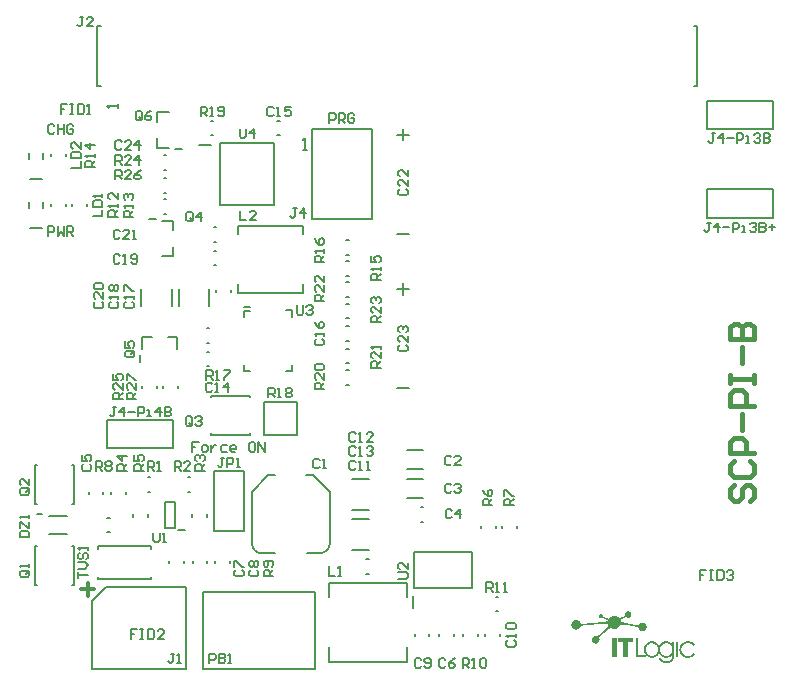
<source format=gto>
G04*
G04 #@! TF.GenerationSoftware,Altium Limited,Altium Designer,19.1.8 (144)*
G04*
G04 Layer_Color=15132400*
%FSLAX25Y25*%
%MOIN*%
G70*
G01*
G75*
%ADD10C,0.00787*%
%ADD11C,0.00591*%
%ADD12C,0.01181*%
%ADD13C,0.01575*%
G36*
X205213Y21494D02*
X205243D01*
Y21463D01*
X205366D01*
Y21433D01*
X205458D01*
Y21402D01*
Y21372D01*
X205549D01*
Y21341D01*
X205580D01*
Y21310D01*
X205610D01*
Y21280D01*
X205672D01*
Y21249D01*
X205702D01*
Y21219D01*
X205733D01*
Y21188D01*
X205764D01*
Y21158D01*
X205794D01*
Y21127D01*
X205825D01*
Y21096D01*
Y21066D01*
Y21035D01*
X205886D01*
Y21004D01*
X205917D01*
Y20974D01*
Y20943D01*
Y20913D01*
X205947D01*
Y20882D01*
Y20852D01*
Y20821D01*
Y20790D01*
X206008D01*
Y20760D01*
Y20729D01*
Y20699D01*
Y20668D01*
Y20637D01*
Y20607D01*
X206039D01*
Y20576D01*
Y20546D01*
Y20515D01*
Y20484D01*
Y20454D01*
Y20423D01*
Y20393D01*
Y20362D01*
Y20332D01*
Y20301D01*
Y20270D01*
X206008D01*
Y20240D01*
Y20209D01*
Y20178D01*
Y20148D01*
Y20117D01*
Y20087D01*
X205947D01*
Y20056D01*
Y20026D01*
X205917D01*
Y19995D01*
Y19964D01*
Y19934D01*
X205855D01*
Y19903D01*
Y19873D01*
Y19842D01*
X205825D01*
Y19811D01*
X205794D01*
Y19781D01*
Y19750D01*
X205764D01*
Y19720D01*
X205702D01*
Y19689D01*
Y19658D01*
X205672D01*
Y19628D01*
X205610D01*
Y19597D01*
X205580D01*
Y19567D01*
Y19536D01*
X205488D01*
Y19505D01*
X205396D01*
Y19475D01*
Y19444D01*
X205274D01*
Y19414D01*
X205121D01*
Y19383D01*
X204846D01*
Y19414D01*
X204632D01*
Y19444D01*
X204540D01*
Y19475D01*
Y19505D01*
X204448D01*
Y19536D01*
X204356D01*
Y19567D01*
Y19597D01*
X204326D01*
Y19628D01*
X204081D01*
Y19597D01*
X203959D01*
Y19567D01*
Y19536D01*
X203867D01*
Y19505D01*
X203744D01*
Y19475D01*
X203714D01*
Y19444D01*
X203653D01*
Y19414D01*
X203561D01*
Y19383D01*
X203500D01*
Y19353D01*
X203469D01*
Y19322D01*
X203408D01*
Y19291D01*
X203316D01*
Y19261D01*
X203286D01*
Y19230D01*
X203224D01*
Y19200D01*
X203133D01*
Y19169D01*
X203071D01*
Y19138D01*
X203041D01*
Y19108D01*
X203010D01*
Y19077D01*
X202918D01*
Y19047D01*
Y19016D01*
X202827D01*
Y18985D01*
X202765D01*
Y18955D01*
X202735D01*
Y18924D01*
X202704D01*
Y18894D01*
X202612D01*
Y18863D01*
X202551D01*
Y18832D01*
X202521D01*
Y18802D01*
X202490D01*
Y18771D01*
X202398D01*
Y18741D01*
Y18710D01*
Y18679D01*
Y18649D01*
Y18618D01*
Y18588D01*
Y18557D01*
X202429D01*
Y18527D01*
Y18496D01*
Y18465D01*
Y18435D01*
Y18404D01*
X202490D01*
Y18374D01*
Y18343D01*
Y18312D01*
Y18282D01*
X202521D01*
Y18251D01*
Y18221D01*
Y18190D01*
X202582D01*
Y18159D01*
X202612D01*
Y18129D01*
X202704D01*
Y18098D01*
Y18068D01*
X202827D01*
Y18037D01*
X202949D01*
Y18006D01*
X202979D01*
Y17976D01*
X203102D01*
Y17945D01*
X203224D01*
Y17915D01*
X203377D01*
Y17884D01*
X203408D01*
Y17853D01*
X203530D01*
Y17823D01*
X203683D01*
Y17792D01*
Y17762D01*
X203867D01*
Y17731D01*
X204020D01*
Y17700D01*
X204081D01*
Y17670D01*
X204203D01*
Y17639D01*
X204417D01*
Y17609D01*
X204570D01*
Y17578D01*
X204601D01*
Y17548D01*
X204815D01*
Y17517D01*
X204968D01*
Y17486D01*
X204999D01*
Y17456D01*
X205182D01*
Y17425D01*
X205458D01*
Y17395D01*
X205641D01*
Y17364D01*
X205672D01*
Y17333D01*
X205917D01*
Y17303D01*
X206131D01*
Y17272D01*
X206161D01*
Y17242D01*
X206406D01*
Y17211D01*
X206651D01*
Y17180D01*
X206895D01*
Y17150D01*
Y17119D01*
X207201D01*
Y17089D01*
X207446D01*
Y17058D01*
X207477D01*
Y17027D01*
X207752D01*
Y16997D01*
X208058D01*
Y16966D01*
X208425D01*
Y16997D01*
X208517D01*
Y17027D01*
Y17058D01*
Y17089D01*
X208578D01*
Y17119D01*
Y17150D01*
Y17180D01*
X208609D01*
Y17211D01*
X208639D01*
Y17242D01*
X208700D01*
Y17272D01*
Y17303D01*
Y17333D01*
X208731D01*
Y17364D01*
Y17395D01*
X208792D01*
Y17425D01*
X208853D01*
Y17456D01*
X208884D01*
Y17486D01*
X208915D01*
Y17517D01*
X208945D01*
Y17548D01*
X209037D01*
Y17578D01*
Y17609D01*
X209129D01*
Y17639D01*
X209190D01*
Y17670D01*
X209312D01*
Y17700D01*
X209343D01*
Y17731D01*
X209557D01*
Y17762D01*
X209894D01*
Y17731D01*
X210108D01*
Y17700D01*
X210138D01*
Y17670D01*
X210261D01*
Y17639D01*
X210383D01*
Y17609D01*
X210444D01*
Y17578D01*
X210475D01*
Y17548D01*
X210505D01*
Y17517D01*
X210597D01*
Y17486D01*
Y17456D01*
X210628D01*
Y17425D01*
X210658D01*
Y17395D01*
X210719D01*
Y17364D01*
Y17333D01*
X210750D01*
Y17303D01*
X210811D01*
Y17272D01*
Y17242D01*
X210842D01*
Y17211D01*
X210873D01*
Y17180D01*
Y17150D01*
Y17119D01*
X210934D01*
Y17089D01*
X210964D01*
Y17058D01*
Y17027D01*
Y16997D01*
X211026D01*
Y16966D01*
X210995D01*
Y16936D01*
Y16905D01*
X211056D01*
Y16874D01*
Y16844D01*
Y16813D01*
Y16783D01*
X211087D01*
Y16752D01*
Y16722D01*
Y16691D01*
Y16660D01*
Y16630D01*
Y16599D01*
X211148D01*
Y16569D01*
Y16538D01*
Y16507D01*
Y16477D01*
Y16446D01*
Y16416D01*
Y16385D01*
Y16354D01*
Y16324D01*
Y16293D01*
Y16263D01*
Y16232D01*
Y16201D01*
Y16171D01*
Y16140D01*
X211087D01*
Y16110D01*
Y16079D01*
Y16048D01*
Y16018D01*
Y15987D01*
X211056D01*
Y15957D01*
Y15926D01*
Y15895D01*
Y15865D01*
Y15834D01*
X210995D01*
Y15804D01*
Y15773D01*
X210964D01*
Y15743D01*
Y15712D01*
Y15681D01*
X210934D01*
Y15651D01*
Y15620D01*
Y15590D01*
X210903D01*
Y15559D01*
X210842D01*
Y15528D01*
Y15498D01*
X210781D01*
Y15467D01*
Y15437D01*
Y15406D01*
X210750D01*
Y15375D01*
X210719D01*
Y15345D01*
X210658D01*
Y15314D01*
X210628D01*
Y15284D01*
X210597D01*
Y15253D01*
X210536D01*
Y15223D01*
Y15192D01*
X210444D01*
Y15161D01*
X210383D01*
Y15131D01*
X210291D01*
Y15100D01*
Y15069D01*
X210169D01*
Y15039D01*
X209985D01*
Y15008D01*
Y14978D01*
X209526D01*
Y15008D01*
X209496D01*
Y15039D01*
X209343D01*
Y15069D01*
X209221D01*
Y15100D01*
X209190D01*
Y15131D01*
X209129D01*
Y15161D01*
X209037D01*
Y15192D01*
X209006D01*
Y15223D01*
X208976D01*
Y15253D01*
X208915D01*
Y15284D01*
X208853D01*
Y15314D01*
Y15345D01*
X208823D01*
Y15375D01*
X208792D01*
Y15406D01*
X208731D01*
Y15437D01*
Y15467D01*
X208700D01*
Y15498D01*
X208639D01*
Y15528D01*
Y15559D01*
X208609D01*
Y15590D01*
Y15620D01*
X208578D01*
Y15651D01*
X208547D01*
Y15681D01*
X208517D01*
Y15712D01*
Y15743D01*
Y15773D01*
X208486D01*
Y15804D01*
Y15834D01*
X208456D01*
Y15865D01*
Y15895D01*
Y15926D01*
Y15957D01*
Y15987D01*
Y16018D01*
X208395D01*
Y16048D01*
Y16079D01*
Y16110D01*
Y16140D01*
X208364D01*
Y16171D01*
X208333D01*
Y16201D01*
X208303D01*
Y16232D01*
X208272D01*
Y16263D01*
X208150D01*
Y16293D01*
X208119D01*
Y16324D01*
X207997D01*
Y16354D01*
X207874D01*
Y16385D01*
Y16416D01*
X207691D01*
Y16446D01*
X207538D01*
Y16477D01*
X207385D01*
Y16507D01*
X207354D01*
Y16538D01*
X207201D01*
Y16569D01*
X206987D01*
Y16599D01*
Y16630D01*
X206773D01*
Y16660D01*
X206559D01*
Y16691D01*
X206528D01*
Y16722D01*
X206345D01*
Y16752D01*
X206131D01*
Y16783D01*
X205886D01*
Y16813D01*
X205855D01*
Y16844D01*
X205610D01*
Y16874D01*
X205396D01*
Y16905D01*
X205366D01*
Y16936D01*
X205121D01*
Y16966D01*
X204846D01*
Y16997D01*
X204601D01*
Y17027D01*
X204570D01*
Y17058D01*
X204264D01*
Y17089D01*
X203989D01*
Y17119D01*
X203959D01*
Y17150D01*
X203591D01*
Y17180D01*
X202490D01*
Y17150D01*
X202429D01*
Y17119D01*
X202398D01*
Y17089D01*
X202368D01*
Y17058D01*
Y17027D01*
Y16997D01*
X202307D01*
Y16966D01*
Y16936D01*
X202276D01*
Y16905D01*
Y16874D01*
Y16844D01*
X202215D01*
Y16813D01*
Y16783D01*
X202245D01*
Y16752D01*
X202184D01*
Y16722D01*
X202153D01*
Y16691D01*
Y16660D01*
Y16630D01*
X202123D01*
Y16599D01*
X202092D01*
Y16569D01*
X202062D01*
Y16538D01*
X202031D01*
Y16507D01*
X202001D01*
Y16477D01*
X201970D01*
Y16446D01*
X201939D01*
Y16416D01*
X201909D01*
Y16385D01*
X201878D01*
Y16354D01*
X201848D01*
Y16324D01*
X201817D01*
Y16293D01*
X201786D01*
Y16263D01*
X201756D01*
Y16232D01*
X201725D01*
Y16201D01*
X201695D01*
Y16171D01*
X201664D01*
Y16140D01*
X201603D01*
Y16110D01*
X201542D01*
Y16079D01*
Y16048D01*
X201450D01*
Y16018D01*
X201389D01*
Y15987D01*
X201297D01*
Y15957D01*
Y15926D01*
X201205D01*
Y15895D01*
X201083D01*
Y15865D01*
Y15834D01*
X200960D01*
Y15804D01*
X200746D01*
Y15773D01*
X200043D01*
Y15804D01*
X199829D01*
Y15834D01*
X199706D01*
Y15865D01*
Y15895D01*
X199584D01*
Y15926D01*
X199492D01*
Y15957D01*
X199461D01*
Y15987D01*
X199400D01*
Y16018D01*
X199308D01*
Y16048D01*
X199186D01*
Y16018D01*
X199064D01*
Y15987D01*
X199033D01*
Y15957D01*
Y15926D01*
X198941D01*
Y15895D01*
X198911D01*
Y15865D01*
X198880D01*
Y15834D01*
X198819D01*
Y15804D01*
X198758D01*
Y15773D01*
X198696D01*
Y15743D01*
X198666D01*
Y15712D01*
X198635D01*
Y15681D01*
X198544D01*
Y15651D01*
Y15620D01*
X198513D01*
Y15590D01*
X198421D01*
Y15559D01*
X198391D01*
Y15528D01*
Y15498D01*
X198299D01*
Y15467D01*
X198268D01*
Y15437D01*
X198238D01*
Y15406D01*
X198176D01*
Y15375D01*
X198115D01*
Y15345D01*
X198085D01*
Y15314D01*
Y15284D01*
X197993D01*
Y15253D01*
X197962D01*
Y15223D01*
X197932D01*
Y15192D01*
X197871D01*
Y15161D01*
X197840D01*
Y15131D01*
X197809D01*
Y15100D01*
X197779D01*
Y15069D01*
X197687D01*
Y15039D01*
X197656D01*
Y15008D01*
Y14978D01*
X197595D01*
Y14947D01*
X197565D01*
Y14917D01*
X197503D01*
Y14886D01*
X197473D01*
Y14855D01*
X197442D01*
Y14825D01*
X197412D01*
Y14794D01*
X197381D01*
Y14764D01*
X197350D01*
Y14733D01*
X197320D01*
Y14702D01*
X197289D01*
Y14672D01*
X197259D01*
Y14641D01*
X197197D01*
Y14611D01*
X197136D01*
Y14580D01*
Y14549D01*
X197106D01*
Y14519D01*
X197045D01*
Y14488D01*
Y14458D01*
X197014D01*
Y14427D01*
X196922D01*
Y14397D01*
X196892D01*
Y14366D01*
Y14335D01*
X196830D01*
Y14305D01*
X196800D01*
Y14274D01*
Y14243D01*
X196739D01*
Y14213D01*
X196677D01*
Y14182D01*
X196647D01*
Y14152D01*
X196616D01*
Y14121D01*
X196586D01*
Y14090D01*
X196555D01*
Y14060D01*
X196524D01*
Y14029D01*
X196494D01*
Y13999D01*
X196402D01*
Y13968D01*
X196371D01*
Y13938D01*
Y13907D01*
X196341D01*
Y13876D01*
X196280D01*
Y13846D01*
Y13815D01*
X196188D01*
Y13785D01*
X196157D01*
Y13754D01*
X196127D01*
Y13723D01*
X196096D01*
Y13693D01*
X196065D01*
Y13662D01*
X196035D01*
Y13632D01*
X196004D01*
Y13601D01*
X195974D01*
Y13570D01*
X195913D01*
Y13540D01*
X195882D01*
Y13509D01*
X195851D01*
Y13479D01*
X195821D01*
Y13448D01*
X195760D01*
Y13418D01*
Y13387D01*
X195729D01*
Y13356D01*
X195698D01*
Y13326D01*
X195668D01*
Y13295D01*
X195637D01*
Y13264D01*
X195545D01*
Y13234D01*
X195515D01*
Y13203D01*
Y13173D01*
X195454D01*
Y13142D01*
X195423D01*
Y13112D01*
X195393D01*
Y13081D01*
Y13050D01*
X195331D01*
Y13020D01*
Y12989D01*
Y12959D01*
X195301D01*
Y12928D01*
X195239D01*
Y12897D01*
Y12867D01*
Y12836D01*
Y12806D01*
Y12775D01*
Y12744D01*
Y12714D01*
X195301D01*
Y12683D01*
Y12653D01*
Y12622D01*
X195331D01*
Y12592D01*
Y12561D01*
Y12530D01*
Y12500D01*
X195362D01*
Y12469D01*
Y12438D01*
Y12408D01*
Y12377D01*
Y12347D01*
Y12316D01*
X195423D01*
Y12286D01*
Y12255D01*
Y12224D01*
Y12194D01*
Y12163D01*
Y12133D01*
Y12102D01*
Y12071D01*
Y12041D01*
Y12010D01*
Y11980D01*
X195362D01*
Y11949D01*
Y11918D01*
Y11888D01*
Y11857D01*
Y11827D01*
Y11796D01*
X195393D01*
Y11766D01*
X195331D01*
Y11735D01*
Y11704D01*
Y11674D01*
Y11643D01*
X195301D01*
Y11613D01*
Y11582D01*
Y11551D01*
X195239D01*
Y11521D01*
Y11490D01*
Y11460D01*
X195209D01*
Y11429D01*
X195148D01*
Y11398D01*
Y11368D01*
X195178D01*
Y11337D01*
X195117D01*
Y11307D01*
Y11276D01*
X195087D01*
Y11245D01*
X195056D01*
Y11215D01*
X194995D01*
Y11184D01*
Y11154D01*
X194964D01*
Y11123D01*
X194903D01*
Y11092D01*
Y11062D01*
X194811D01*
Y11031D01*
X194750D01*
Y11001D01*
X194658D01*
Y10970D01*
Y10939D01*
X194567D01*
Y10909D01*
X194444D01*
Y10878D01*
Y10848D01*
X193832D01*
Y10878D01*
Y10909D01*
X193710D01*
Y10939D01*
X193588D01*
Y10970D01*
X193557D01*
Y11001D01*
X193496D01*
Y11031D01*
X193435D01*
Y11062D01*
X193373D01*
Y11092D01*
X193343D01*
Y11123D01*
X193312D01*
Y11154D01*
X193282D01*
Y11184D01*
Y11215D01*
X193220D01*
Y11245D01*
X193190D01*
Y11276D01*
X193159D01*
Y11307D01*
X193129D01*
Y11337D01*
X193098D01*
Y11368D01*
X193067D01*
Y11398D01*
Y11429D01*
Y11460D01*
X193006D01*
Y11490D01*
Y11521D01*
X192976D01*
Y11551D01*
Y11582D01*
X192945D01*
Y11613D01*
Y11643D01*
Y11674D01*
Y11704D01*
Y11735D01*
X192884D01*
Y11766D01*
Y11796D01*
Y11827D01*
Y11857D01*
X192853D01*
Y11888D01*
Y11918D01*
Y11949D01*
Y11980D01*
Y12010D01*
Y12041D01*
Y12071D01*
Y12102D01*
Y12133D01*
Y12163D01*
Y12194D01*
Y12224D01*
Y12255D01*
Y12286D01*
Y12316D01*
Y12347D01*
Y12377D01*
Y12408D01*
X192884D01*
Y12438D01*
Y12469D01*
Y12500D01*
Y12530D01*
Y12561D01*
X192945D01*
Y12592D01*
Y12622D01*
Y12653D01*
X192976D01*
Y12683D01*
Y12714D01*
Y12744D01*
X193037D01*
Y12775D01*
Y12806D01*
Y12836D01*
X193067D01*
Y12867D01*
X193098D01*
Y12897D01*
Y12928D01*
Y12959D01*
X193129D01*
Y12989D01*
X193190D01*
Y13020D01*
Y13050D01*
X193220D01*
Y13081D01*
X193282D01*
Y13112D01*
Y13142D01*
X193312D01*
Y13173D01*
X193404D01*
Y13203D01*
X193435D01*
Y13234D01*
Y13264D01*
X193526D01*
Y13295D01*
X193618D01*
Y13326D01*
Y13356D01*
X193740D01*
Y13387D01*
X193955D01*
Y13418D01*
X194322D01*
Y13387D01*
X194475D01*
Y13356D01*
X194597D01*
Y13326D01*
X194628D01*
Y13295D01*
X194781D01*
Y13326D01*
Y13356D01*
X194872D01*
Y13387D01*
X194903D01*
Y13418D01*
X194964D01*
Y13448D01*
X194995D01*
Y13479D01*
X195025D01*
Y13509D01*
X195056D01*
Y13540D01*
X195087D01*
Y13570D01*
X195117D01*
Y13601D01*
X195148D01*
Y13632D01*
X195178D01*
Y13662D01*
X195209D01*
Y13693D01*
X195239D01*
Y13723D01*
X195331D01*
Y13754D01*
Y13785D01*
X195362D01*
Y13815D01*
X195423D01*
Y13846D01*
Y13876D01*
X195454D01*
Y13907D01*
X195484D01*
Y13938D01*
X195545D01*
Y13968D01*
Y13999D01*
X195576D01*
Y14029D01*
X195637D01*
Y14060D01*
X195668D01*
Y14090D01*
X195729D01*
Y14121D01*
X195760D01*
Y14152D01*
X195790D01*
Y14182D01*
X195821D01*
Y14213D01*
X195851D01*
Y14243D01*
X195882D01*
Y14274D01*
Y14305D01*
X195943D01*
Y14335D01*
X195974D01*
Y14366D01*
X196004D01*
Y14397D01*
X196035D01*
Y14427D01*
X196065D01*
Y14458D01*
X196096D01*
Y14488D01*
Y14519D01*
X196188D01*
Y14549D01*
X196219D01*
Y14580D01*
X196249D01*
Y14611D01*
X196280D01*
Y14641D01*
X196310D01*
Y14672D01*
X196341D01*
Y14702D01*
X196371D01*
Y14733D01*
X196402D01*
Y14764D01*
X196433D01*
Y14794D01*
X196463D01*
Y14825D01*
X196494D01*
Y14855D01*
X196524D01*
Y14886D01*
X196555D01*
Y14917D01*
X196586D01*
Y14947D01*
X196616D01*
Y14978D01*
X196647D01*
Y15008D01*
X196677D01*
Y15039D01*
X196708D01*
Y15069D01*
X196739D01*
Y15100D01*
X196769D01*
Y15131D01*
X196800D01*
Y15161D01*
X196830D01*
Y15192D01*
X196861D01*
Y15223D01*
X196892D01*
Y15253D01*
X196922D01*
Y15284D01*
X196953D01*
Y15314D01*
X196983D01*
Y15345D01*
X197014D01*
Y15375D01*
X197075D01*
Y15406D01*
X197136D01*
Y15437D01*
X197167D01*
Y15467D01*
Y15498D01*
X197197D01*
Y15528D01*
X197259D01*
Y15559D01*
Y15590D01*
X197289D01*
Y15620D01*
X197350D01*
Y15651D01*
Y15681D01*
X197381D01*
Y15712D01*
X197412D01*
Y15743D01*
X197473D01*
Y15773D01*
Y15804D01*
Y15834D01*
X197503D01*
Y15865D01*
X197534D01*
Y15895D01*
X197565D01*
Y15926D01*
X197595D01*
Y15957D01*
X197626D01*
Y15987D01*
X197656D01*
Y16018D01*
X197687D01*
Y16048D01*
X197718D01*
Y16079D01*
X197748D01*
Y16110D01*
X197779D01*
Y16140D01*
X197809D01*
Y16171D01*
X197840D01*
Y16201D01*
X197871D01*
Y16232D01*
X197901D01*
Y16263D01*
X197932D01*
Y16293D01*
X197962D01*
Y16324D01*
X197993D01*
Y16354D01*
X198023D01*
Y16385D01*
X198085D01*
Y16416D01*
Y16446D01*
Y16477D01*
X198115D01*
Y16507D01*
Y16538D01*
X198146D01*
Y16569D01*
X198207D01*
Y16599D01*
X198238D01*
Y16630D01*
Y16660D01*
Y16691D01*
X198268D01*
Y16722D01*
X198299D01*
Y16752D01*
X198329D01*
Y16783D01*
Y16813D01*
X198360D01*
Y16844D01*
Y16874D01*
X198421D01*
Y16905D01*
Y16936D01*
Y16966D01*
Y16997D01*
Y17027D01*
Y17058D01*
Y17089D01*
Y17119D01*
Y17150D01*
X198391D01*
Y17180D01*
Y17211D01*
Y17242D01*
Y17272D01*
X198329D01*
Y17303D01*
X198238D01*
Y17333D01*
Y17364D01*
X198115D01*
Y17395D01*
X196616D01*
Y17364D01*
X195698D01*
Y17333D01*
X195668D01*
Y17303D01*
X194872D01*
Y17272D01*
X194138D01*
Y17242D01*
Y17211D01*
X193465D01*
Y17180D01*
X192945D01*
Y17150D01*
X192456D01*
Y17119D01*
X192425D01*
Y17089D01*
X191966D01*
Y17058D01*
X191477D01*
Y17027D01*
Y16997D01*
X191048D01*
Y16966D01*
X190620D01*
Y16936D01*
X190253D01*
Y16905D01*
Y16874D01*
X189916D01*
Y16844D01*
X189610D01*
Y16813D01*
X189580D01*
Y16783D01*
X189396D01*
Y16752D01*
X189274D01*
Y16722D01*
X189213D01*
Y16691D01*
X189182D01*
Y16660D01*
X189121D01*
Y16630D01*
Y16599D01*
Y16569D01*
X189090D01*
Y16538D01*
Y16507D01*
Y16477D01*
X189029D01*
Y16446D01*
Y16416D01*
X188999D01*
Y16385D01*
Y16354D01*
Y16324D01*
X188937D01*
Y16293D01*
Y16263D01*
Y16232D01*
X188907D01*
Y16201D01*
Y16171D01*
Y16140D01*
X188876D01*
Y16110D01*
X188846D01*
Y16079D01*
X188815D01*
Y16048D01*
X188784D01*
Y16018D01*
X188754D01*
Y15987D01*
X188723D01*
Y15957D01*
X188693D01*
Y15926D01*
X188662D01*
Y15895D01*
X188631D01*
Y15865D01*
X188601D01*
Y15834D01*
X188570D01*
Y15804D01*
X188540D01*
Y15773D01*
X188448D01*
Y15743D01*
Y15712D01*
X188356D01*
Y15681D01*
X188264D01*
Y15651D01*
Y15620D01*
X188173D01*
Y15590D01*
X188050D01*
Y15559D01*
X187897D01*
Y15528D01*
Y15498D01*
X187285D01*
Y15528D01*
X187255D01*
Y15559D01*
X187102D01*
Y15590D01*
X187010D01*
Y15620D01*
X186888D01*
Y15651D01*
Y15681D01*
X186796D01*
Y15712D01*
X186765D01*
Y15743D01*
Y15773D01*
X186673D01*
Y15804D01*
X186643D01*
Y15834D01*
X186612D01*
Y15865D01*
X186582D01*
Y15895D01*
X186521D01*
Y15926D01*
X186459D01*
Y15957D01*
Y15987D01*
X186429D01*
Y16018D01*
Y16048D01*
X186398D01*
Y16079D01*
X186368D01*
Y16110D01*
X186337D01*
Y16140D01*
X186306D01*
Y16171D01*
Y16201D01*
Y16232D01*
X186245D01*
Y16263D01*
X186215D01*
Y16293D01*
Y16324D01*
Y16354D01*
X186184D01*
Y16385D01*
Y16416D01*
Y16446D01*
X186123D01*
Y16477D01*
Y16507D01*
Y16538D01*
Y16569D01*
X186092D01*
Y16599D01*
Y16630D01*
Y16660D01*
Y16691D01*
X186062D01*
Y16722D01*
X186031D01*
Y16752D01*
Y16783D01*
Y16813D01*
Y16844D01*
Y16874D01*
Y16905D01*
Y16936D01*
Y16966D01*
Y16997D01*
Y17027D01*
Y17058D01*
Y17089D01*
Y17119D01*
Y17150D01*
Y17180D01*
Y17211D01*
Y17242D01*
Y17272D01*
Y17303D01*
Y17333D01*
Y17364D01*
Y17395D01*
Y17425D01*
X186092D01*
Y17456D01*
Y17486D01*
Y17517D01*
Y17548D01*
Y17578D01*
Y17609D01*
X186123D01*
Y17639D01*
Y17670D01*
X186153D01*
Y17700D01*
X186184D01*
Y17731D01*
Y17762D01*
X186215D01*
Y17792D01*
Y17823D01*
Y17853D01*
X186245D01*
Y17884D01*
Y17915D01*
Y17945D01*
X186276D01*
Y17976D01*
X186337D01*
Y18006D01*
Y18037D01*
Y18068D01*
X186368D01*
Y18098D01*
X186398D01*
Y18129D01*
X186429D01*
Y18159D01*
X186459D01*
Y18190D01*
X186490D01*
Y18221D01*
X186521D01*
Y18251D01*
X186551D01*
Y18282D01*
X186582D01*
Y18312D01*
X186612D01*
Y18343D01*
X186673D01*
Y18374D01*
X186704D01*
Y18404D01*
X186796D01*
Y18435D01*
Y18465D01*
X186857D01*
Y18496D01*
X186979D01*
Y18527D01*
Y18557D01*
X187071D01*
Y18588D01*
X187194D01*
Y18618D01*
X187469D01*
Y18649D01*
X187499D01*
Y18679D01*
X187714D01*
Y18649D01*
Y18618D01*
X187989D01*
Y18588D01*
X188111D01*
Y18557D01*
X188234D01*
Y18527D01*
Y18496D01*
X188326D01*
Y18465D01*
X188387D01*
Y18435D01*
X188417D01*
Y18404D01*
X188479D01*
Y18374D01*
X188540D01*
Y18343D01*
X188570D01*
Y18312D01*
Y18282D01*
X188662D01*
Y18251D01*
X188693D01*
Y18221D01*
X188723D01*
Y18190D01*
X188754D01*
Y18159D01*
X188784D01*
Y18129D01*
Y18098D01*
Y18068D01*
X188815D01*
Y18037D01*
X188876D01*
Y18006D01*
Y17976D01*
X188907D01*
Y17945D01*
Y17915D01*
X188937D01*
Y17884D01*
X188968D01*
Y17853D01*
X188999D01*
Y17823D01*
Y17792D01*
Y17762D01*
X189029D01*
Y17731D01*
Y17700D01*
X189060D01*
Y17670D01*
X189090D01*
Y17639D01*
Y17609D01*
X189121D01*
Y17578D01*
Y17548D01*
X189182D01*
Y17517D01*
X189304D01*
Y17486D01*
X189335D01*
Y17456D01*
X190559D01*
Y17486D01*
X190589D01*
Y17517D01*
X191354D01*
Y17548D01*
X191936D01*
Y17578D01*
X191966D01*
Y17609D01*
X192456D01*
Y17639D01*
X192914D01*
Y17670D01*
X193312D01*
Y17700D01*
X193373D01*
Y17731D01*
X193771D01*
Y17762D01*
X194199D01*
Y17792D01*
X194230D01*
Y17823D01*
X194597D01*
Y17853D01*
X195025D01*
Y17884D01*
Y17915D01*
X195423D01*
Y17945D01*
X195790D01*
Y17976D01*
X196127D01*
Y18006D01*
X196157D01*
Y18037D01*
X196494D01*
Y18068D01*
X196830D01*
Y18098D01*
Y18129D01*
X197167D01*
Y18159D01*
X197473D01*
Y18190D01*
X197748D01*
Y18221D01*
X197779D01*
Y18251D01*
X197993D01*
Y18282D01*
X198115D01*
Y18312D01*
Y18343D01*
X198207D01*
Y18374D01*
X198268D01*
Y18404D01*
X198329D01*
Y18435D01*
Y18465D01*
Y18496D01*
Y18527D01*
Y18557D01*
X198238D01*
Y18588D01*
X198207D01*
Y18618D01*
Y18649D01*
X198115D01*
Y18679D01*
X198023D01*
Y18710D01*
Y18741D01*
X197932D01*
Y18771D01*
X197809D01*
Y18802D01*
X197748D01*
Y18832D01*
X197718D01*
Y18863D01*
X197626D01*
Y18894D01*
X197565D01*
Y18924D01*
X197534D01*
Y18955D01*
X197473D01*
Y18985D01*
X197381D01*
Y19016D01*
X197259D01*
Y19047D01*
Y19077D01*
X197167D01*
Y19108D01*
X197075D01*
Y19138D01*
Y19169D01*
X196983D01*
Y19200D01*
X196861D01*
Y19230D01*
X196800D01*
Y19261D01*
X196769D01*
Y19291D01*
X196708D01*
Y19322D01*
X196586D01*
Y19353D01*
X196555D01*
Y19383D01*
X196494D01*
Y19414D01*
X196341D01*
Y19383D01*
X196280D01*
Y19353D01*
Y19322D01*
X196188D01*
Y19291D01*
X196127D01*
Y19261D01*
X196096D01*
Y19230D01*
X195668D01*
Y19261D01*
Y19291D01*
X195576D01*
Y19322D01*
X195515D01*
Y19353D01*
X195484D01*
Y19383D01*
X195454D01*
Y19414D01*
X195362D01*
Y19444D01*
X195393D01*
Y19475D01*
Y19505D01*
X195331D01*
Y19536D01*
X195301D01*
Y19567D01*
X195270D01*
Y19597D01*
X195239D01*
Y19628D01*
Y19658D01*
Y19689D01*
Y19720D01*
X195209D01*
Y19750D01*
Y19781D01*
Y19811D01*
Y19842D01*
Y19873D01*
Y19903D01*
Y19934D01*
Y19964D01*
Y19995D01*
Y20026D01*
Y20056D01*
Y20087D01*
Y20117D01*
Y20148D01*
Y20178D01*
X195239D01*
Y20209D01*
Y20240D01*
Y20270D01*
X195301D01*
Y20301D01*
Y20332D01*
Y20362D01*
X195331D01*
Y20393D01*
X195362D01*
Y20423D01*
X195393D01*
Y20454D01*
X195423D01*
Y20484D01*
X195454D01*
Y20515D01*
X195545D01*
Y20546D01*
Y20576D01*
X195637D01*
Y20607D01*
X195790D01*
Y20637D01*
X195943D01*
Y20607D01*
X196157D01*
Y20576D01*
X196219D01*
Y20546D01*
X196249D01*
Y20515D01*
X196280D01*
Y20484D01*
X196371D01*
Y20454D01*
Y20423D01*
X196402D01*
Y20393D01*
X196463D01*
Y20362D01*
X196433D01*
Y20332D01*
Y20301D01*
X196494D01*
Y20270D01*
X196524D01*
Y20240D01*
Y20209D01*
Y20178D01*
Y20148D01*
X196586D01*
Y20117D01*
Y20087D01*
Y20056D01*
Y20026D01*
Y19995D01*
Y19964D01*
Y19934D01*
Y19903D01*
Y19873D01*
Y19842D01*
Y19811D01*
Y19781D01*
X196616D01*
Y19750D01*
X196708D01*
Y19720D01*
X196800D01*
Y19689D01*
Y19658D01*
X196922D01*
Y19628D01*
X197045D01*
Y19597D01*
Y19567D01*
X197136D01*
Y19536D01*
X197259D01*
Y19505D01*
X197289D01*
Y19475D01*
X197412D01*
Y19444D01*
X197534D01*
Y19414D01*
X197656D01*
Y19383D01*
Y19353D01*
X197779D01*
Y19322D01*
X197901D01*
Y19291D01*
X197932D01*
Y19261D01*
X198085D01*
Y19230D01*
X198207D01*
Y19200D01*
X198360D01*
Y19169D01*
X198391D01*
Y19138D01*
X198544D01*
Y19108D01*
X198635D01*
Y19138D01*
X198666D01*
Y19169D01*
Y19200D01*
X198727D01*
Y19230D01*
X198758D01*
Y19261D01*
X198788D01*
Y19291D01*
X198819D01*
Y19322D01*
Y19353D01*
X198849D01*
Y19383D01*
Y19414D01*
X198880D01*
Y19444D01*
X198911D01*
Y19475D01*
X198972D01*
Y19505D01*
X199003D01*
Y19536D01*
X199064D01*
Y19567D01*
X199094D01*
Y19597D01*
Y19628D01*
X199155D01*
Y19658D01*
X199217D01*
Y19689D01*
X199247D01*
Y19720D01*
X199278D01*
Y19750D01*
X199339D01*
Y19781D01*
X199431D01*
Y19811D01*
Y19842D01*
X199522D01*
Y19873D01*
X199645D01*
Y19903D01*
X199676D01*
Y19934D01*
X199798D01*
Y19964D01*
X199951D01*
Y19995D01*
X200287D01*
Y20026D01*
Y20056D01*
X200471D01*
Y20026D01*
X200501D01*
Y19995D01*
X200838D01*
Y19964D01*
X200991D01*
Y19934D01*
X201113D01*
Y19903D01*
Y19873D01*
X201236D01*
Y19842D01*
X201327D01*
Y19811D01*
Y19781D01*
X201419D01*
Y19750D01*
X201511D01*
Y19720D01*
X201542D01*
Y19689D01*
Y19658D01*
X201633D01*
Y19628D01*
X201664D01*
Y19597D01*
X201695D01*
Y19567D01*
X201725D01*
Y19536D01*
X201817D01*
Y19505D01*
X201848D01*
Y19475D01*
Y19444D01*
X201878D01*
Y19414D01*
X201939D01*
Y19383D01*
Y19353D01*
X201970D01*
Y19322D01*
X202031D01*
Y19291D01*
Y19261D01*
X202153D01*
Y19291D01*
X202184D01*
Y19322D01*
X202276D01*
Y19353D01*
X202398D01*
Y19383D01*
Y19414D01*
X202490D01*
Y19444D01*
X202612D01*
Y19475D01*
X202674D01*
Y19505D01*
X202704D01*
Y19536D01*
X202765D01*
Y19567D01*
X202918D01*
Y19597D01*
Y19628D01*
X203010D01*
Y19658D01*
X203071D01*
Y19689D01*
X203102D01*
Y19720D01*
X203224D01*
Y19750D01*
X203286D01*
Y19781D01*
X203377D01*
Y19811D01*
Y19842D01*
X203469D01*
Y19873D01*
X203561D01*
Y19903D01*
Y19934D01*
X203653D01*
Y19964D01*
X203714D01*
Y19995D01*
X203805D01*
Y20026D01*
Y20056D01*
X203867D01*
Y20087D01*
X203897D01*
Y20117D01*
Y20148D01*
Y20178D01*
Y20209D01*
Y20240D01*
Y20270D01*
Y20301D01*
Y20332D01*
Y20362D01*
Y20393D01*
Y20423D01*
Y20454D01*
Y20484D01*
Y20515D01*
Y20546D01*
Y20576D01*
Y20607D01*
Y20637D01*
Y20668D01*
Y20699D01*
X203959D01*
Y20729D01*
Y20760D01*
Y20790D01*
X203928D01*
Y20821D01*
X203989D01*
Y20852D01*
Y20882D01*
Y20913D01*
X204020D01*
Y20943D01*
Y20974D01*
Y21004D01*
X204081D01*
Y21035D01*
Y21066D01*
Y21096D01*
X204112D01*
Y21127D01*
X204142D01*
Y21158D01*
X204203D01*
Y21188D01*
Y21219D01*
X204234D01*
Y21249D01*
X204264D01*
Y21280D01*
X204295D01*
Y21310D01*
X204326D01*
Y21341D01*
X204417D01*
Y21372D01*
X204448D01*
Y21402D01*
Y21433D01*
X204570D01*
Y21463D01*
X204693D01*
Y21494D01*
X204723D01*
Y21525D01*
X205213D01*
Y21494D01*
D02*
G37*
G36*
X225312Y11551D02*
X225557D01*
Y11521D01*
X225588D01*
Y11490D01*
X225741D01*
Y11460D01*
X225924D01*
Y11429D01*
Y11398D01*
X226016D01*
Y11368D01*
X226138D01*
Y11337D01*
X226200D01*
Y11307D01*
X226230D01*
Y11276D01*
X226322D01*
Y11245D01*
X226383D01*
Y11215D01*
X226414D01*
Y11184D01*
X226475D01*
Y11154D01*
X226567D01*
Y11123D01*
X226597D01*
Y11092D01*
Y11062D01*
X226659D01*
Y11031D01*
X226720D01*
Y11001D01*
X226750D01*
Y10970D01*
X226781D01*
Y10939D01*
X226811D01*
Y10909D01*
X226842D01*
Y10878D01*
X226873D01*
Y10848D01*
X226903D01*
Y10817D01*
X226934D01*
Y10786D01*
X226964D01*
Y10756D01*
X226995D01*
Y10725D01*
X227026D01*
Y10695D01*
X227056D01*
Y10664D01*
X227087D01*
Y10633D01*
X227117D01*
Y10603D01*
X227148D01*
Y10572D01*
X227179D01*
Y10542D01*
X227209D01*
Y10511D01*
Y10481D01*
Y10450D01*
X227240D01*
Y10419D01*
X227301D01*
Y10389D01*
X227240D01*
Y10358D01*
X227209D01*
Y10328D01*
Y10297D01*
X227117D01*
Y10266D01*
X227087D01*
Y10236D01*
X227056D01*
Y10205D01*
X226995D01*
Y10175D01*
X226903D01*
Y10144D01*
X226873D01*
Y10114D01*
Y10083D01*
X226781D01*
Y10052D01*
X226720D01*
Y10083D01*
Y10114D01*
Y10144D01*
X226689D01*
Y10175D01*
X226628D01*
Y10205D01*
X226597D01*
Y10236D01*
Y10266D01*
X226567D01*
Y10297D01*
X226505D01*
Y10328D01*
Y10358D01*
X226475D01*
Y10389D01*
X226414D01*
Y10419D01*
X226383D01*
Y10450D01*
Y10481D01*
X226353D01*
Y10511D01*
X226261D01*
Y10542D01*
X226230D01*
Y10572D01*
X226200D01*
Y10603D01*
X226138D01*
Y10633D01*
X226077D01*
Y10664D01*
Y10695D01*
X225985D01*
Y10725D01*
X225924D01*
Y10756D01*
X225894D01*
Y10786D01*
X225771D01*
Y10817D01*
X225710D01*
Y10848D01*
X225526D01*
Y10878D01*
Y10909D01*
X225312D01*
Y10939D01*
X224456D01*
Y10909D01*
X224242D01*
Y10878D01*
Y10848D01*
X224119D01*
Y10817D01*
X223997D01*
Y10786D01*
X223905D01*
Y10756D01*
Y10725D01*
X223813D01*
Y10695D01*
X223752D01*
Y10664D01*
X223722D01*
Y10633D01*
X223660D01*
Y10603D01*
X223599D01*
Y10572D01*
X223538D01*
Y10542D01*
X223507D01*
Y10511D01*
X223477D01*
Y10481D01*
X223446D01*
Y10450D01*
X223416D01*
Y10419D01*
X223385D01*
Y10389D01*
X223354D01*
Y10358D01*
X223324D01*
Y10328D01*
X223293D01*
Y10297D01*
X223263D01*
Y10266D01*
X223232D01*
Y10236D01*
X223201D01*
Y10205D01*
X223171D01*
Y10175D01*
X223140D01*
Y10144D01*
X223110D01*
Y10114D01*
X223079D01*
Y10083D01*
X223048D01*
Y10052D01*
Y10022D01*
Y9991D01*
X223018D01*
Y9961D01*
X222957D01*
Y9930D01*
Y9899D01*
Y9869D01*
X222926D01*
Y9838D01*
Y9808D01*
Y9777D01*
X222865D01*
Y9746D01*
Y9716D01*
X222834D01*
Y9685D01*
Y9655D01*
Y9624D01*
Y9593D01*
Y9563D01*
X222773D01*
Y9532D01*
Y9502D01*
Y9471D01*
X222804D01*
Y9440D01*
X222743D01*
Y9410D01*
Y9379D01*
Y9349D01*
Y9318D01*
Y9287D01*
Y9257D01*
X222712D01*
Y9226D01*
Y9196D01*
Y9165D01*
Y9134D01*
Y9104D01*
Y9073D01*
Y9043D01*
Y9012D01*
Y8981D01*
Y8951D01*
Y8920D01*
Y8890D01*
Y8859D01*
Y8828D01*
Y8798D01*
Y8767D01*
Y8737D01*
Y8706D01*
Y8676D01*
Y8645D01*
Y8614D01*
Y8584D01*
Y8553D01*
Y8523D01*
Y8492D01*
Y8461D01*
Y8431D01*
X222743D01*
Y8400D01*
Y8370D01*
Y8339D01*
Y8309D01*
Y8278D01*
X222804D01*
Y8247D01*
X222773D01*
Y8217D01*
Y8186D01*
Y8156D01*
X222834D01*
Y8125D01*
Y8094D01*
Y8064D01*
Y8033D01*
Y8003D01*
X222865D01*
Y7972D01*
Y7941D01*
X222926D01*
Y7911D01*
Y7880D01*
Y7850D01*
X222957D01*
Y7819D01*
Y7788D01*
Y7758D01*
X223018D01*
Y7727D01*
X222987D01*
Y7697D01*
Y7666D01*
X223048D01*
Y7635D01*
X223079D01*
Y7605D01*
X223110D01*
Y7574D01*
X223140D01*
Y7544D01*
Y7513D01*
X223171D01*
Y7482D01*
Y7452D01*
X223232D01*
Y7421D01*
X223263D01*
Y7391D01*
Y7360D01*
X223324D01*
Y7329D01*
X223354D01*
Y7299D01*
X223385D01*
Y7268D01*
Y7238D01*
X223446D01*
Y7207D01*
X223477D01*
Y7176D01*
Y7146D01*
X223569D01*
Y7115D01*
X223599D01*
Y7085D01*
X223630D01*
Y7054D01*
X223660D01*
Y7024D01*
X223722D01*
Y6993D01*
X223813D01*
Y6962D01*
Y6932D01*
X223905D01*
Y6901D01*
X223997D01*
Y6871D01*
X224027D01*
Y6840D01*
X224089D01*
Y6809D01*
X224211D01*
Y6779D01*
X224425D01*
Y6748D01*
Y6718D01*
X224762D01*
Y6687D01*
X225007D01*
Y6718D01*
X225404D01*
Y6748D01*
Y6779D01*
X225557D01*
Y6809D01*
X225679D01*
Y6840D01*
X225802D01*
Y6871D01*
X225833D01*
Y6901D01*
X225894D01*
Y6932D01*
X225985D01*
Y6962D01*
X226016D01*
Y6993D01*
X226077D01*
Y7024D01*
X226108D01*
Y7054D01*
X226138D01*
Y7085D01*
X226200D01*
Y7115D01*
X226261D01*
Y7146D01*
X226322D01*
Y7176D01*
X226353D01*
Y7207D01*
X226383D01*
Y7238D01*
X226414D01*
Y7268D01*
X226444D01*
Y7299D01*
X226475D01*
Y7329D01*
X226505D01*
Y7360D01*
X226536D01*
Y7391D01*
X226567D01*
Y7421D01*
X226597D01*
Y7452D01*
X226628D01*
Y7482D01*
X226659D01*
Y7513D01*
X226689D01*
Y7544D01*
X226720D01*
Y7574D01*
X226750D01*
Y7605D01*
X226781D01*
Y7574D01*
X226811D01*
Y7544D01*
X226903D01*
Y7513D01*
X226934D01*
Y7482D01*
X226964D01*
Y7452D01*
X227026D01*
Y7421D01*
X227087D01*
Y7391D01*
Y7360D01*
X227179D01*
Y7329D01*
X227209D01*
Y7299D01*
X227270D01*
Y7268D01*
Y7238D01*
X227240D01*
Y7207D01*
Y7176D01*
X227209D01*
Y7146D01*
Y7115D01*
X227179D01*
Y7085D01*
X227117D01*
Y7054D01*
Y7024D01*
X227087D01*
Y6993D01*
X227026D01*
Y6962D01*
X226995D01*
Y6932D01*
Y6901D01*
X226964D01*
Y6871D01*
X226903D01*
Y6840D01*
Y6809D01*
X226873D01*
Y6779D01*
X226811D01*
Y6748D01*
X226781D01*
Y6718D01*
Y6687D01*
X226689D01*
Y6656D01*
X226659D01*
Y6626D01*
X226628D01*
Y6595D01*
X226567D01*
Y6565D01*
X226536D01*
Y6534D01*
X226444D01*
Y6504D01*
Y6473D01*
X226353D01*
Y6442D01*
X226261D01*
Y6412D01*
Y6381D01*
X226169D01*
Y6351D01*
X226108D01*
Y6320D01*
X225985D01*
Y6289D01*
X225955D01*
Y6259D01*
X225833D01*
Y6228D01*
X225679D01*
Y6198D01*
X225649D01*
Y6167D01*
X225496D01*
Y6136D01*
X225190D01*
Y6106D01*
X224456D01*
Y6136D01*
X224211D01*
Y6167D01*
X223997D01*
Y6198D01*
X223966D01*
Y6228D01*
X223844D01*
Y6259D01*
X223722D01*
Y6289D01*
Y6320D01*
X223630D01*
Y6351D01*
X223569D01*
Y6381D01*
X223477D01*
Y6412D01*
Y6442D01*
X223385D01*
Y6473D01*
X223293D01*
Y6504D01*
Y6534D01*
X223263D01*
Y6565D01*
X223171D01*
Y6595D01*
X223140D01*
Y6626D01*
X223110D01*
Y6656D01*
X223048D01*
Y6687D01*
X222987D01*
Y6718D01*
Y6748D01*
X222957D01*
Y6779D01*
X222926D01*
Y6809D01*
X222865D01*
Y6840D01*
Y6871D01*
X222834D01*
Y6901D01*
X222773D01*
Y6932D01*
Y6962D01*
X222743D01*
Y6993D01*
X222712D01*
Y7024D01*
X222651D01*
Y7054D01*
Y7085D01*
X222620D01*
Y7115D01*
X222590D01*
Y7146D01*
Y7176D01*
Y7207D01*
X222528D01*
Y7238D01*
X222498D01*
Y7268D01*
X222467D01*
Y7299D01*
X222437D01*
Y7329D01*
Y7360D01*
Y7391D01*
X222406D01*
Y7421D01*
X222375D01*
Y7452D01*
Y7482D01*
Y7513D01*
X222314D01*
Y7544D01*
Y7574D01*
Y7605D01*
X222284D01*
Y7635D01*
Y7666D01*
X222253D01*
Y7697D01*
X222222D01*
Y7727D01*
Y7758D01*
X222192D01*
Y7788D01*
Y7819D01*
Y7850D01*
Y7880D01*
Y7911D01*
X222161D01*
Y7941D01*
Y7972D01*
Y8003D01*
Y8033D01*
X222100D01*
Y8064D01*
Y8094D01*
Y8125D01*
Y8156D01*
Y8186D01*
X222070D01*
Y8217D01*
Y8247D01*
Y8278D01*
Y8309D01*
Y8339D01*
Y8370D01*
Y8400D01*
Y8431D01*
Y8461D01*
X222008D01*
Y8492D01*
Y8523D01*
Y8553D01*
Y8584D01*
Y8614D01*
Y8645D01*
Y8676D01*
Y8706D01*
Y8737D01*
Y8767D01*
Y8798D01*
Y8828D01*
Y8859D01*
Y8890D01*
Y8920D01*
Y8951D01*
Y8981D01*
Y9012D01*
Y9043D01*
Y9073D01*
Y9104D01*
Y9134D01*
Y9165D01*
X222070D01*
Y9196D01*
Y9226D01*
Y9257D01*
Y9287D01*
Y9318D01*
Y9349D01*
Y9379D01*
Y9410D01*
Y9440D01*
X222100D01*
Y9471D01*
Y9502D01*
Y9532D01*
Y9563D01*
Y9593D01*
X222161D01*
Y9624D01*
Y9655D01*
Y9685D01*
Y9716D01*
Y9746D01*
X222192D01*
Y9777D01*
Y9808D01*
Y9838D01*
Y9869D01*
X222222D01*
Y9899D01*
Y9930D01*
Y9961D01*
X222284D01*
Y9991D01*
Y10022D01*
X222314D01*
Y10052D01*
Y10083D01*
Y10114D01*
X222375D01*
Y10144D01*
Y10175D01*
Y10205D01*
X222406D01*
Y10236D01*
X222437D01*
Y10266D01*
Y10297D01*
Y10328D01*
X222467D01*
Y10358D01*
X222498D01*
Y10389D01*
X222528D01*
Y10419D01*
Y10450D01*
Y10481D01*
X222559D01*
Y10511D01*
X222620D01*
Y10542D01*
X222651D01*
Y10572D01*
Y10603D01*
X222712D01*
Y10633D01*
Y10664D01*
Y10695D01*
X222743D01*
Y10725D01*
X222773D01*
Y10756D01*
X222834D01*
Y10786D01*
Y10817D01*
X222865D01*
Y10848D01*
X222957D01*
Y10878D01*
Y10909D01*
X222987D01*
Y10939D01*
X223048D01*
Y10970D01*
X223079D01*
Y11001D01*
Y11031D01*
X223140D01*
Y11062D01*
X223201D01*
Y11092D01*
X223232D01*
Y11123D01*
X223263D01*
Y11154D01*
X223324D01*
Y11184D01*
X223416D01*
Y11215D01*
Y11245D01*
X223477D01*
Y11276D01*
X223538D01*
Y11307D01*
X223569D01*
Y11337D01*
X223691D01*
Y11368D01*
X223752D01*
Y11398D01*
X223874D01*
Y11429D01*
X223905D01*
Y11460D01*
X224027D01*
Y11490D01*
X224242D01*
Y11521D01*
Y11551D01*
X224486D01*
Y11582D01*
X225312D01*
Y11551D01*
D02*
G37*
G36*
X221580Y11429D02*
Y11398D01*
Y11368D01*
Y11337D01*
Y11307D01*
Y11276D01*
Y11245D01*
Y11215D01*
Y11184D01*
Y11154D01*
Y11123D01*
Y11092D01*
Y11062D01*
Y11031D01*
Y11001D01*
Y10970D01*
Y10939D01*
Y10909D01*
Y10878D01*
Y10848D01*
Y10817D01*
Y10786D01*
Y10756D01*
Y10725D01*
Y10695D01*
Y10664D01*
Y10633D01*
Y10603D01*
Y10572D01*
Y10542D01*
Y10511D01*
Y10481D01*
Y10450D01*
Y10419D01*
Y10389D01*
Y10358D01*
Y10328D01*
Y10297D01*
Y10266D01*
Y10236D01*
Y10205D01*
Y10175D01*
Y10144D01*
Y10114D01*
Y10083D01*
Y10052D01*
Y10022D01*
Y9991D01*
Y9961D01*
Y9930D01*
Y9899D01*
Y9869D01*
Y9838D01*
Y9808D01*
Y9777D01*
Y9746D01*
Y9716D01*
Y9685D01*
Y9655D01*
Y9624D01*
Y9593D01*
Y9563D01*
Y9532D01*
Y9502D01*
Y9471D01*
Y9440D01*
Y9410D01*
Y9379D01*
Y9349D01*
Y9318D01*
Y9287D01*
Y9257D01*
Y9226D01*
Y9196D01*
Y9165D01*
Y9134D01*
Y9104D01*
Y9073D01*
Y9043D01*
Y9012D01*
Y8981D01*
Y8951D01*
Y8920D01*
Y8890D01*
Y8859D01*
Y8828D01*
Y8798D01*
Y8767D01*
Y8737D01*
Y8706D01*
Y8676D01*
Y8645D01*
Y8614D01*
Y8584D01*
Y8553D01*
Y8523D01*
Y8492D01*
Y8461D01*
Y8431D01*
Y8400D01*
Y8370D01*
Y8339D01*
Y8309D01*
Y8278D01*
Y8247D01*
Y8217D01*
Y8186D01*
Y8156D01*
Y8125D01*
Y8094D01*
Y8064D01*
Y8033D01*
Y8003D01*
Y7972D01*
Y7941D01*
Y7911D01*
Y7880D01*
Y7850D01*
Y7819D01*
Y7788D01*
Y7758D01*
Y7727D01*
Y7697D01*
Y7666D01*
Y7635D01*
Y7605D01*
Y7574D01*
Y7544D01*
Y7513D01*
Y7482D01*
Y7452D01*
Y7421D01*
Y7391D01*
Y7360D01*
Y7329D01*
Y7299D01*
Y7268D01*
Y7238D01*
Y7207D01*
Y7176D01*
Y7146D01*
Y7115D01*
Y7085D01*
Y7054D01*
Y7024D01*
Y6993D01*
Y6962D01*
Y6932D01*
Y6901D01*
Y6871D01*
Y6840D01*
Y6809D01*
Y6779D01*
Y6748D01*
Y6718D01*
Y6687D01*
Y6656D01*
Y6626D01*
Y6595D01*
Y6565D01*
Y6534D01*
Y6504D01*
Y6473D01*
Y6442D01*
Y6412D01*
Y6381D01*
Y6351D01*
Y6320D01*
Y6289D01*
Y6259D01*
X220907D01*
Y6289D01*
Y6320D01*
Y6351D01*
Y6381D01*
Y6412D01*
Y6442D01*
Y6473D01*
Y6504D01*
Y6534D01*
Y6565D01*
Y6595D01*
Y6626D01*
Y6656D01*
Y6687D01*
Y6718D01*
Y6748D01*
Y6779D01*
Y6809D01*
Y6840D01*
Y6871D01*
Y6901D01*
Y6932D01*
Y6962D01*
Y6993D01*
Y7024D01*
Y7054D01*
Y7085D01*
Y7115D01*
Y7146D01*
Y7176D01*
Y7207D01*
Y7238D01*
Y7268D01*
Y7299D01*
Y7329D01*
Y7360D01*
Y7391D01*
Y7421D01*
Y7452D01*
Y7482D01*
Y7513D01*
Y7544D01*
Y7574D01*
Y7605D01*
Y7635D01*
Y7666D01*
Y7697D01*
Y7727D01*
Y7758D01*
Y7788D01*
Y7819D01*
Y7850D01*
Y7880D01*
Y7911D01*
Y7941D01*
Y7972D01*
Y8003D01*
Y8033D01*
Y8064D01*
Y8094D01*
Y8125D01*
Y8156D01*
Y8186D01*
Y8217D01*
Y8247D01*
Y8278D01*
Y8309D01*
Y8339D01*
Y8370D01*
Y8400D01*
Y8431D01*
Y8461D01*
Y8492D01*
Y8523D01*
Y8553D01*
Y8584D01*
Y8614D01*
Y8645D01*
Y8676D01*
Y8706D01*
Y8737D01*
Y8767D01*
Y8798D01*
Y8828D01*
Y8859D01*
Y8890D01*
Y8920D01*
Y8951D01*
Y8981D01*
Y9012D01*
Y9043D01*
Y9073D01*
Y9104D01*
Y9134D01*
Y9165D01*
Y9196D01*
Y9226D01*
Y9257D01*
Y9287D01*
Y9318D01*
Y9349D01*
Y9379D01*
Y9410D01*
Y9440D01*
Y9471D01*
Y9502D01*
Y9532D01*
Y9563D01*
Y9593D01*
Y9624D01*
Y9655D01*
Y9685D01*
Y9716D01*
Y9746D01*
Y9777D01*
Y9808D01*
Y9838D01*
Y9869D01*
Y9899D01*
Y9930D01*
Y9961D01*
Y9991D01*
Y10022D01*
Y10052D01*
Y10083D01*
Y10114D01*
Y10144D01*
Y10175D01*
Y10205D01*
Y10236D01*
Y10266D01*
Y10297D01*
Y10328D01*
Y10358D01*
Y10389D01*
Y10419D01*
Y10450D01*
Y10481D01*
Y10511D01*
Y10542D01*
Y10572D01*
Y10603D01*
Y10633D01*
Y10664D01*
Y10695D01*
Y10725D01*
Y10756D01*
Y10786D01*
Y10817D01*
Y10848D01*
Y10878D01*
Y10909D01*
Y10939D01*
Y10970D01*
Y11001D01*
Y11031D01*
Y11062D01*
Y11092D01*
Y11123D01*
Y11154D01*
Y11184D01*
Y11215D01*
Y11245D01*
Y11276D01*
Y11307D01*
Y11337D01*
Y11368D01*
Y11398D01*
Y11429D01*
Y11460D01*
X221580D01*
Y11429D01*
D02*
G37*
G36*
X206681Y12714D02*
Y12683D01*
Y12653D01*
Y12622D01*
Y12592D01*
Y12561D01*
Y12530D01*
Y12500D01*
Y12469D01*
Y12438D01*
Y12408D01*
Y12377D01*
Y12347D01*
Y12316D01*
Y12286D01*
Y12255D01*
Y12224D01*
Y12194D01*
Y12163D01*
Y12133D01*
Y12102D01*
Y12071D01*
Y12041D01*
Y12010D01*
Y11980D01*
Y11949D01*
Y11918D01*
Y11888D01*
Y11857D01*
Y11827D01*
Y11796D01*
Y11766D01*
Y11735D01*
Y11704D01*
Y11674D01*
Y11643D01*
Y11613D01*
Y11582D01*
Y11551D01*
Y11521D01*
Y11490D01*
Y11460D01*
Y11429D01*
X204938D01*
Y11398D01*
Y11368D01*
Y11337D01*
Y11307D01*
Y11276D01*
Y11245D01*
Y11215D01*
Y11184D01*
Y11154D01*
Y11123D01*
Y11092D01*
Y11062D01*
Y11031D01*
Y11001D01*
Y10970D01*
Y10939D01*
Y10909D01*
Y10878D01*
Y10848D01*
Y10817D01*
Y10786D01*
Y10756D01*
Y10725D01*
Y10695D01*
Y10664D01*
Y10633D01*
Y10603D01*
Y10572D01*
Y10542D01*
Y10511D01*
Y10481D01*
Y10450D01*
Y10419D01*
Y10389D01*
Y10358D01*
Y10328D01*
Y10297D01*
Y10266D01*
Y10236D01*
Y10205D01*
Y10175D01*
Y10144D01*
Y10114D01*
Y10083D01*
Y10052D01*
Y10022D01*
Y9991D01*
Y9961D01*
Y9930D01*
Y9899D01*
Y9869D01*
Y9838D01*
Y9808D01*
Y9777D01*
Y9746D01*
Y9716D01*
Y9685D01*
Y9655D01*
Y9624D01*
Y9593D01*
Y9563D01*
Y9532D01*
Y9502D01*
Y9471D01*
Y9440D01*
Y9410D01*
Y9379D01*
Y9349D01*
Y9318D01*
Y9287D01*
Y9257D01*
Y9226D01*
Y9196D01*
Y9165D01*
Y9134D01*
Y9104D01*
Y9073D01*
Y9043D01*
Y9012D01*
Y8981D01*
Y8951D01*
Y8920D01*
Y8890D01*
Y8859D01*
Y8828D01*
Y8798D01*
Y8767D01*
Y8737D01*
Y8706D01*
Y8676D01*
Y8645D01*
Y8614D01*
Y8584D01*
Y8553D01*
Y8523D01*
Y8492D01*
Y8461D01*
Y8431D01*
Y8400D01*
Y8370D01*
Y8339D01*
Y8309D01*
Y8278D01*
Y8247D01*
Y8217D01*
Y8186D01*
Y8156D01*
Y8125D01*
Y8094D01*
Y8064D01*
Y8033D01*
Y8003D01*
Y7972D01*
Y7941D01*
Y7911D01*
Y7880D01*
Y7850D01*
Y7819D01*
Y7788D01*
Y7758D01*
Y7727D01*
Y7697D01*
Y7666D01*
Y7635D01*
Y7605D01*
Y7574D01*
Y7544D01*
Y7513D01*
Y7482D01*
Y7452D01*
Y7421D01*
Y7391D01*
Y7360D01*
Y7329D01*
Y7299D01*
Y7268D01*
Y7238D01*
Y7207D01*
Y7176D01*
Y7146D01*
Y7115D01*
Y7085D01*
Y7054D01*
Y7024D01*
Y6993D01*
Y6962D01*
Y6932D01*
Y6901D01*
Y6871D01*
Y6840D01*
Y6809D01*
Y6779D01*
Y6748D01*
Y6718D01*
Y6687D01*
Y6656D01*
Y6626D01*
Y6595D01*
Y6565D01*
Y6534D01*
Y6504D01*
Y6473D01*
Y6442D01*
Y6412D01*
Y6381D01*
Y6351D01*
Y6320D01*
Y6289D01*
Y6259D01*
X203347D01*
Y6289D01*
Y6320D01*
Y6351D01*
Y6381D01*
Y6412D01*
Y6442D01*
Y6473D01*
Y6504D01*
Y6534D01*
Y6565D01*
Y6595D01*
Y6626D01*
Y6656D01*
Y6687D01*
Y6718D01*
Y6748D01*
Y6779D01*
Y6809D01*
Y6840D01*
Y6871D01*
Y6901D01*
Y6932D01*
Y6962D01*
Y6993D01*
Y7024D01*
Y7054D01*
Y7085D01*
Y7115D01*
Y7146D01*
Y7176D01*
Y7207D01*
Y7238D01*
Y7268D01*
Y7299D01*
Y7329D01*
Y7360D01*
Y7391D01*
Y7421D01*
Y7452D01*
Y7482D01*
Y7513D01*
Y7544D01*
Y7574D01*
Y7605D01*
Y7635D01*
Y7666D01*
Y7697D01*
Y7727D01*
Y7758D01*
Y7788D01*
Y7819D01*
Y7850D01*
Y7880D01*
Y7911D01*
Y7941D01*
Y7972D01*
Y8003D01*
Y8033D01*
Y8064D01*
Y8094D01*
Y8125D01*
Y8156D01*
Y8186D01*
Y8217D01*
Y8247D01*
Y8278D01*
Y8309D01*
Y8339D01*
Y8370D01*
Y8400D01*
Y8431D01*
Y8461D01*
Y8492D01*
Y8523D01*
Y8553D01*
Y8584D01*
Y8614D01*
Y8645D01*
Y8676D01*
Y8706D01*
Y8737D01*
Y8767D01*
Y8798D01*
Y8828D01*
Y8859D01*
Y8890D01*
Y8920D01*
Y8951D01*
Y8981D01*
Y9012D01*
Y9043D01*
Y9073D01*
Y9104D01*
Y9134D01*
Y9165D01*
Y9196D01*
Y9226D01*
Y9257D01*
Y9287D01*
Y9318D01*
Y9349D01*
Y9379D01*
Y9410D01*
Y9440D01*
Y9471D01*
Y9502D01*
Y9532D01*
Y9563D01*
Y9593D01*
Y9624D01*
Y9655D01*
Y9685D01*
Y9716D01*
Y9746D01*
Y9777D01*
Y9808D01*
Y9838D01*
Y9869D01*
Y9899D01*
Y9930D01*
Y9961D01*
Y9991D01*
Y10022D01*
Y10052D01*
Y10083D01*
Y10114D01*
Y10144D01*
Y10175D01*
Y10205D01*
Y10236D01*
Y10266D01*
Y10297D01*
Y10328D01*
Y10358D01*
Y10389D01*
Y10419D01*
Y10450D01*
Y10481D01*
Y10511D01*
Y10542D01*
Y10572D01*
Y10603D01*
Y10633D01*
Y10664D01*
Y10695D01*
Y10725D01*
Y10756D01*
Y10786D01*
Y10817D01*
Y10848D01*
Y10878D01*
Y10909D01*
Y10939D01*
Y10970D01*
Y11001D01*
Y11031D01*
Y11062D01*
Y11092D01*
Y11123D01*
Y11154D01*
Y11184D01*
Y11215D01*
Y11245D01*
Y11276D01*
Y11307D01*
Y11337D01*
Y11368D01*
Y11398D01*
Y11429D01*
X201603D01*
Y11460D01*
Y11490D01*
Y11521D01*
Y11551D01*
Y11582D01*
Y11613D01*
Y11643D01*
Y11674D01*
Y11704D01*
Y11735D01*
Y11766D01*
Y11796D01*
Y11827D01*
Y11857D01*
Y11888D01*
Y11918D01*
Y11949D01*
Y11980D01*
Y12010D01*
Y12041D01*
Y12071D01*
Y12102D01*
Y12133D01*
Y12163D01*
Y12194D01*
Y12224D01*
Y12255D01*
Y12286D01*
Y12316D01*
Y12347D01*
Y12377D01*
Y12408D01*
Y12438D01*
Y12469D01*
Y12500D01*
Y12530D01*
Y12561D01*
Y12592D01*
Y12622D01*
Y12653D01*
Y12683D01*
Y12714D01*
X201572D01*
Y12744D01*
X206681D01*
Y12714D01*
D02*
G37*
G36*
X201174D02*
X201144D01*
Y12683D01*
Y12653D01*
Y12622D01*
Y12592D01*
Y12561D01*
Y12530D01*
Y12500D01*
Y12469D01*
Y12438D01*
Y12408D01*
Y12377D01*
Y12347D01*
Y12316D01*
Y12286D01*
Y12255D01*
Y12224D01*
Y12194D01*
Y12163D01*
Y12133D01*
Y12102D01*
Y12071D01*
Y12041D01*
Y12010D01*
Y11980D01*
Y11949D01*
Y11918D01*
Y11888D01*
Y11857D01*
Y11827D01*
Y11796D01*
Y11766D01*
Y11735D01*
Y11704D01*
Y11674D01*
Y11643D01*
Y11613D01*
Y11582D01*
Y11551D01*
Y11521D01*
Y11490D01*
Y11460D01*
Y11429D01*
Y11398D01*
Y11368D01*
Y11337D01*
Y11307D01*
Y11276D01*
Y11245D01*
Y11215D01*
Y11184D01*
Y11154D01*
Y11123D01*
Y11092D01*
Y11062D01*
Y11031D01*
Y11001D01*
Y10970D01*
Y10939D01*
Y10909D01*
Y10878D01*
Y10848D01*
Y10817D01*
Y10786D01*
Y10756D01*
Y10725D01*
Y10695D01*
Y10664D01*
Y10633D01*
Y10603D01*
Y10572D01*
Y10542D01*
Y10511D01*
Y10481D01*
Y10450D01*
Y10419D01*
Y10389D01*
Y10358D01*
Y10328D01*
Y10297D01*
Y10266D01*
Y10236D01*
Y10205D01*
Y10175D01*
Y10144D01*
Y10114D01*
Y10083D01*
Y10052D01*
Y10022D01*
Y9991D01*
Y9961D01*
Y9930D01*
Y9899D01*
Y9869D01*
Y9838D01*
Y9808D01*
Y9777D01*
Y9746D01*
Y9716D01*
Y9685D01*
Y9655D01*
Y9624D01*
Y9593D01*
Y9563D01*
Y9532D01*
Y9502D01*
Y9471D01*
Y9440D01*
Y9410D01*
Y9379D01*
Y9349D01*
Y9318D01*
Y9287D01*
Y9257D01*
Y9226D01*
Y9196D01*
Y9165D01*
Y9134D01*
Y9104D01*
Y9073D01*
Y9043D01*
Y9012D01*
Y8981D01*
Y8951D01*
Y8920D01*
Y8890D01*
Y8859D01*
Y8828D01*
Y8798D01*
Y8767D01*
Y8737D01*
Y8706D01*
Y8676D01*
Y8645D01*
Y8614D01*
Y8584D01*
Y8553D01*
Y8523D01*
Y8492D01*
Y8461D01*
Y8431D01*
Y8400D01*
Y8370D01*
Y8339D01*
Y8309D01*
Y8278D01*
Y8247D01*
Y8217D01*
Y8186D01*
Y8156D01*
Y8125D01*
Y8094D01*
Y8064D01*
Y8033D01*
Y8003D01*
Y7972D01*
Y7941D01*
Y7911D01*
Y7880D01*
Y7850D01*
Y7819D01*
Y7788D01*
Y7758D01*
Y7727D01*
Y7697D01*
Y7666D01*
Y7635D01*
Y7605D01*
Y7574D01*
Y7544D01*
Y7513D01*
Y7482D01*
Y7452D01*
Y7421D01*
Y7391D01*
Y7360D01*
Y7329D01*
Y7299D01*
Y7268D01*
Y7238D01*
Y7207D01*
Y7176D01*
Y7146D01*
Y7115D01*
Y7085D01*
Y7054D01*
Y7024D01*
Y6993D01*
Y6962D01*
Y6932D01*
Y6901D01*
Y6871D01*
Y6840D01*
Y6809D01*
Y6779D01*
Y6748D01*
Y6718D01*
Y6687D01*
Y6656D01*
Y6626D01*
Y6595D01*
Y6565D01*
Y6534D01*
Y6504D01*
Y6473D01*
Y6442D01*
Y6412D01*
Y6381D01*
Y6351D01*
Y6320D01*
Y6289D01*
X201174D01*
Y6259D01*
X199614D01*
Y6289D01*
Y6320D01*
Y6351D01*
Y6381D01*
Y6412D01*
Y6442D01*
Y6473D01*
Y6504D01*
Y6534D01*
Y6565D01*
Y6595D01*
Y6626D01*
Y6656D01*
Y6687D01*
Y6718D01*
Y6748D01*
Y6779D01*
Y6809D01*
Y6840D01*
Y6871D01*
Y6901D01*
Y6932D01*
Y6962D01*
Y6993D01*
Y7024D01*
Y7054D01*
Y7085D01*
Y7115D01*
Y7146D01*
Y7176D01*
Y7207D01*
Y7238D01*
Y7268D01*
Y7299D01*
Y7329D01*
Y7360D01*
Y7391D01*
Y7421D01*
Y7452D01*
Y7482D01*
Y7513D01*
Y7544D01*
Y7574D01*
Y7605D01*
Y7635D01*
Y7666D01*
Y7697D01*
Y7727D01*
Y7758D01*
Y7788D01*
Y7819D01*
Y7850D01*
Y7880D01*
Y7911D01*
Y7941D01*
Y7972D01*
Y8003D01*
Y8033D01*
Y8064D01*
Y8094D01*
Y8125D01*
Y8156D01*
Y8186D01*
Y8217D01*
Y8247D01*
Y8278D01*
Y8309D01*
Y8339D01*
Y8370D01*
Y8400D01*
Y8431D01*
Y8461D01*
Y8492D01*
Y8523D01*
Y8553D01*
Y8584D01*
Y8614D01*
Y8645D01*
Y8676D01*
Y8706D01*
Y8737D01*
Y8767D01*
Y8798D01*
Y8828D01*
Y8859D01*
Y8890D01*
Y8920D01*
Y8951D01*
Y8981D01*
Y9012D01*
Y9043D01*
Y9073D01*
Y9104D01*
Y9134D01*
Y9165D01*
Y9196D01*
Y9226D01*
Y9257D01*
Y9287D01*
Y9318D01*
Y9349D01*
Y9379D01*
Y9410D01*
Y9440D01*
Y9471D01*
Y9502D01*
Y9532D01*
Y9563D01*
Y9593D01*
Y9624D01*
Y9655D01*
Y9685D01*
Y9716D01*
Y9746D01*
Y9777D01*
Y9808D01*
Y9838D01*
Y9869D01*
Y9899D01*
Y9930D01*
Y9961D01*
Y9991D01*
Y10022D01*
Y10052D01*
Y10083D01*
Y10114D01*
Y10144D01*
Y10175D01*
Y10205D01*
Y10236D01*
Y10266D01*
Y10297D01*
Y10328D01*
Y10358D01*
Y10389D01*
Y10419D01*
Y10450D01*
Y10481D01*
Y10511D01*
Y10542D01*
Y10572D01*
Y10603D01*
Y10633D01*
Y10664D01*
Y10695D01*
Y10725D01*
Y10756D01*
Y10786D01*
Y10817D01*
Y10848D01*
Y10878D01*
Y10909D01*
Y10939D01*
Y10970D01*
Y11001D01*
Y11031D01*
Y11062D01*
Y11092D01*
Y11123D01*
Y11154D01*
Y11184D01*
Y11215D01*
Y11245D01*
Y11276D01*
Y11307D01*
Y11337D01*
Y11368D01*
Y11398D01*
Y11429D01*
Y11460D01*
Y11490D01*
Y11521D01*
Y11551D01*
Y11582D01*
Y11613D01*
Y11643D01*
Y11674D01*
Y11704D01*
Y11735D01*
Y11766D01*
Y11796D01*
Y11827D01*
Y11857D01*
Y11888D01*
Y11918D01*
Y11949D01*
Y11980D01*
Y12010D01*
Y12041D01*
Y12071D01*
Y12102D01*
Y12133D01*
Y12163D01*
Y12194D01*
Y12224D01*
Y12255D01*
Y12286D01*
Y12316D01*
Y12347D01*
Y12377D01*
Y12408D01*
Y12438D01*
Y12469D01*
Y12500D01*
Y12530D01*
Y12561D01*
Y12592D01*
Y12622D01*
Y12653D01*
Y12683D01*
Y12714D01*
Y12744D01*
X201174D01*
Y12714D01*
D02*
G37*
G36*
X208272D02*
Y12683D01*
Y12653D01*
Y12622D01*
Y12592D01*
Y12561D01*
Y12530D01*
Y12500D01*
Y12469D01*
Y12438D01*
Y12408D01*
Y12377D01*
Y12347D01*
Y12316D01*
Y12286D01*
Y12255D01*
Y12224D01*
Y12194D01*
Y12163D01*
Y12133D01*
Y12102D01*
Y12071D01*
Y12041D01*
Y12010D01*
Y11980D01*
Y11949D01*
Y11918D01*
Y11888D01*
Y11857D01*
Y11827D01*
Y11796D01*
Y11766D01*
Y11735D01*
Y11704D01*
Y11674D01*
Y11643D01*
Y11613D01*
Y11582D01*
Y11551D01*
Y11521D01*
Y11490D01*
Y11460D01*
Y11429D01*
Y11398D01*
Y11368D01*
Y11337D01*
Y11307D01*
Y11276D01*
Y11245D01*
Y11215D01*
Y11184D01*
Y11154D01*
Y11123D01*
Y11092D01*
Y11062D01*
Y11031D01*
Y11001D01*
Y10970D01*
Y10939D01*
Y10909D01*
Y10878D01*
Y10848D01*
Y10817D01*
Y10786D01*
Y10756D01*
Y10725D01*
Y10695D01*
Y10664D01*
Y10633D01*
Y10603D01*
Y10572D01*
Y10542D01*
Y10511D01*
Y10481D01*
Y10450D01*
Y10419D01*
Y10389D01*
Y10358D01*
Y10328D01*
Y10297D01*
Y10266D01*
Y10236D01*
Y10205D01*
Y10175D01*
Y10144D01*
Y10114D01*
Y10083D01*
Y10052D01*
Y10022D01*
Y9991D01*
Y9961D01*
Y9930D01*
Y9899D01*
Y9869D01*
Y9838D01*
Y9808D01*
Y9777D01*
Y9746D01*
Y9716D01*
Y9685D01*
Y9655D01*
Y9624D01*
Y9593D01*
Y9563D01*
Y9532D01*
Y9502D01*
Y9471D01*
Y9440D01*
Y9410D01*
Y9379D01*
Y9349D01*
Y9318D01*
Y9287D01*
Y9257D01*
Y9226D01*
Y9196D01*
Y9165D01*
Y9134D01*
Y9104D01*
Y9073D01*
Y9043D01*
Y9012D01*
Y8981D01*
Y8951D01*
Y8920D01*
Y8890D01*
Y8859D01*
Y8828D01*
Y8798D01*
Y8767D01*
Y8737D01*
Y8706D01*
Y8676D01*
Y8645D01*
Y8614D01*
Y8584D01*
Y8553D01*
Y8523D01*
Y8492D01*
Y8461D01*
Y8431D01*
Y8400D01*
Y8370D01*
Y8339D01*
Y8309D01*
Y8278D01*
Y8247D01*
Y8217D01*
Y8186D01*
Y8156D01*
Y8125D01*
Y8094D01*
Y8064D01*
Y8033D01*
Y8003D01*
Y7972D01*
Y7941D01*
Y7911D01*
Y7880D01*
Y7850D01*
Y7819D01*
Y7788D01*
Y7758D01*
Y7727D01*
Y7697D01*
Y7666D01*
Y7635D01*
Y7605D01*
Y7574D01*
Y7544D01*
Y7513D01*
Y7482D01*
Y7452D01*
Y7421D01*
Y7391D01*
Y7360D01*
Y7329D01*
Y7299D01*
Y7268D01*
Y7238D01*
Y7207D01*
Y7176D01*
Y7146D01*
Y7115D01*
Y7085D01*
Y7054D01*
Y7024D01*
Y6993D01*
Y6962D01*
Y6932D01*
X210873D01*
Y6962D01*
Y6993D01*
Y7024D01*
X210842D01*
Y7054D01*
Y7085D01*
X210781D01*
Y7115D01*
X210750D01*
Y7146D01*
Y7176D01*
Y7207D01*
X210719D01*
Y7238D01*
X210658D01*
Y7268D01*
Y7299D01*
X210628D01*
Y7329D01*
Y7360D01*
Y7391D01*
X210597D01*
Y7421D01*
Y7452D01*
X210536D01*
Y7482D01*
Y7513D01*
X210505D01*
Y7544D01*
Y7574D01*
Y7605D01*
X210444D01*
Y7635D01*
Y7666D01*
Y7697D01*
X210414D01*
Y7727D01*
Y7758D01*
Y7788D01*
Y7819D01*
X210383D01*
Y7850D01*
Y7880D01*
X210352D01*
Y7911D01*
X210322D01*
Y7941D01*
Y7972D01*
Y8003D01*
Y8033D01*
Y8064D01*
X210291D01*
Y8094D01*
Y8125D01*
Y8156D01*
Y8186D01*
Y8217D01*
Y8247D01*
X210230D01*
Y8278D01*
Y8309D01*
Y8339D01*
Y8370D01*
Y8400D01*
Y8431D01*
Y8461D01*
Y8492D01*
X210199D01*
Y8523D01*
Y8553D01*
Y8584D01*
Y8614D01*
Y8645D01*
Y8676D01*
Y8706D01*
Y8737D01*
Y8767D01*
Y8798D01*
Y8828D01*
Y8859D01*
Y8890D01*
Y8920D01*
Y8951D01*
Y8981D01*
Y9012D01*
Y9043D01*
Y9073D01*
Y9104D01*
Y9134D01*
Y9165D01*
X210230D01*
Y9196D01*
Y9226D01*
Y9257D01*
Y9287D01*
Y9318D01*
Y9349D01*
Y9379D01*
Y9410D01*
Y9440D01*
X210291D01*
Y9471D01*
Y9502D01*
Y9532D01*
Y9563D01*
Y9593D01*
X210322D01*
Y9624D01*
Y9655D01*
Y9685D01*
Y9716D01*
Y9746D01*
X210383D01*
Y9777D01*
Y9808D01*
Y9838D01*
Y9869D01*
X210414D01*
Y9899D01*
Y9930D01*
Y9961D01*
Y9991D01*
X210444D01*
Y10022D01*
Y10052D01*
Y10083D01*
X210505D01*
Y10114D01*
Y10144D01*
Y10175D01*
X210536D01*
Y10205D01*
X210597D01*
Y10236D01*
Y10266D01*
Y10297D01*
X210628D01*
Y10328D01*
Y10358D01*
Y10389D01*
X210658D01*
Y10419D01*
X210689D01*
Y10450D01*
X210750D01*
Y10481D01*
Y10511D01*
Y10542D01*
X210781D01*
Y10572D01*
X210811D01*
Y10603D01*
X210842D01*
Y10633D01*
X210873D01*
Y10664D01*
Y10695D01*
X210934D01*
Y10725D01*
X210964D01*
Y10756D01*
X210995D01*
Y10786D01*
X211026D01*
Y10817D01*
X211056D01*
Y10848D01*
X211087D01*
Y10878D01*
Y10909D01*
X211148D01*
Y10939D01*
X211178D01*
Y10970D01*
X211209D01*
Y11001D01*
Y11031D01*
X211270D01*
Y11062D01*
X211331D01*
Y11092D01*
X211362D01*
Y11123D01*
X211393D01*
Y11154D01*
X211423D01*
Y11184D01*
X211515D01*
Y11215D01*
Y11245D01*
X211607D01*
Y11276D01*
X211699D01*
Y11307D01*
Y11337D01*
X211790D01*
Y11368D01*
X211852D01*
Y11398D01*
X211943D01*
Y11429D01*
Y11460D01*
X212066D01*
Y11490D01*
X212249D01*
Y11521D01*
Y11551D01*
X212494D01*
Y11582D01*
X213289D01*
Y11551D01*
X213534D01*
Y11521D01*
Y11490D01*
X213687D01*
Y11460D01*
X213809D01*
Y11429D01*
Y11398D01*
X213932D01*
Y11368D01*
X214024D01*
Y11337D01*
X214085D01*
Y11307D01*
X214115D01*
Y11276D01*
X214177D01*
Y11245D01*
X214268D01*
Y11215D01*
Y11184D01*
X214330D01*
Y11154D01*
X214391D01*
Y11123D01*
X214421D01*
Y11092D01*
X214452D01*
Y11062D01*
X214544D01*
Y11031D01*
X214574D01*
Y11001D01*
Y10970D01*
X214605D01*
Y10939D01*
X214666D01*
Y10909D01*
X214697D01*
Y10878D01*
Y10848D01*
X214727D01*
Y10817D01*
X214788D01*
Y10786D01*
Y10756D01*
X214819D01*
Y10725D01*
X214880D01*
Y10695D01*
X214911D01*
Y10664D01*
Y10633D01*
X214941D01*
Y10603D01*
X215003D01*
Y10572D01*
Y10542D01*
Y10511D01*
X215033D01*
Y10481D01*
X215064D01*
Y10450D01*
X215094D01*
Y10419D01*
X215125D01*
Y10389D01*
Y10358D01*
Y10328D01*
X215186D01*
Y10297D01*
X215217D01*
Y10266D01*
Y10236D01*
Y10205D01*
X215278D01*
Y10236D01*
X215339D01*
Y10266D01*
Y10297D01*
Y10328D01*
X215370D01*
Y10358D01*
Y10389D01*
X215431D01*
Y10419D01*
Y10450D01*
Y10481D01*
X215461D01*
Y10511D01*
X215492D01*
Y10542D01*
X215553D01*
Y10572D01*
Y10603D01*
Y10633D01*
X215584D01*
Y10664D01*
Y10695D01*
X215645D01*
Y10725D01*
X215676D01*
Y10756D01*
X215706D01*
Y10786D01*
X215737D01*
Y10817D01*
X215767D01*
Y10848D01*
X215798D01*
Y10878D01*
Y10909D01*
X215859D01*
Y10939D01*
X215890D01*
Y10970D01*
X215951D01*
Y11001D01*
X215982D01*
Y11031D01*
X216012D01*
Y11062D01*
X216043D01*
Y11092D01*
X216073D01*
Y11123D01*
X216135D01*
Y11154D01*
X216196D01*
Y11184D01*
X216257D01*
Y11215D01*
X216287D01*
Y11245D01*
X216318D01*
Y11276D01*
X216410D01*
Y11307D01*
Y11337D01*
X216502D01*
Y11368D01*
X216563D01*
Y11398D01*
X216685D01*
Y11429D01*
X216716D01*
Y11460D01*
X216838D01*
Y11490D01*
X216991D01*
Y11521D01*
X217022D01*
Y11551D01*
X217205D01*
Y11582D01*
X218031D01*
Y11551D01*
X218245D01*
Y11521D01*
Y11490D01*
X218429D01*
Y11460D01*
X218551D01*
Y11429D01*
Y11398D01*
X218674D01*
Y11368D01*
X218765D01*
Y11337D01*
X218857D01*
Y11307D01*
Y11276D01*
X218949D01*
Y11245D01*
X218980D01*
Y11215D01*
Y11184D01*
X219071D01*
Y11154D01*
X219102D01*
Y11123D01*
X219194D01*
Y11092D01*
Y11062D01*
X219255D01*
Y11031D01*
X219286D01*
Y11001D01*
Y10970D01*
X219377D01*
Y10939D01*
X219408D01*
Y10909D01*
X219439D01*
Y10878D01*
X219469D01*
Y10848D01*
X219500D01*
Y10817D01*
X219530D01*
Y10786D01*
X219561D01*
Y10756D01*
X219591D01*
Y10725D01*
X219622D01*
Y10695D01*
X219714D01*
Y10725D01*
Y10756D01*
Y10786D01*
Y10817D01*
Y10848D01*
Y10878D01*
Y10909D01*
Y10939D01*
Y10970D01*
Y11001D01*
Y11031D01*
Y11062D01*
Y11092D01*
Y11123D01*
Y11154D01*
Y11184D01*
Y11215D01*
Y11245D01*
Y11276D01*
Y11307D01*
Y11337D01*
Y11368D01*
Y11398D01*
Y11429D01*
Y11460D01*
X220387D01*
Y11429D01*
Y11398D01*
Y11368D01*
Y11337D01*
Y11307D01*
Y11276D01*
Y11245D01*
Y11215D01*
Y11184D01*
Y11154D01*
Y11123D01*
Y11092D01*
Y11062D01*
Y11031D01*
Y11001D01*
Y10970D01*
Y10939D01*
Y10909D01*
Y10878D01*
Y10848D01*
Y10817D01*
Y10786D01*
Y10756D01*
Y10725D01*
Y10695D01*
Y10664D01*
Y10633D01*
Y10603D01*
Y10572D01*
Y10542D01*
Y10511D01*
Y10481D01*
Y10450D01*
Y10419D01*
Y10389D01*
Y10358D01*
Y10328D01*
Y10297D01*
Y10266D01*
Y10236D01*
Y10205D01*
Y10175D01*
Y10144D01*
Y10114D01*
Y10083D01*
Y10052D01*
Y10022D01*
Y9991D01*
Y9961D01*
Y9930D01*
Y9899D01*
Y9869D01*
Y9838D01*
Y9808D01*
Y9777D01*
Y9746D01*
Y9716D01*
Y9685D01*
Y9655D01*
Y9624D01*
Y9593D01*
Y9563D01*
Y9532D01*
Y9502D01*
Y9471D01*
Y9440D01*
Y9410D01*
Y9379D01*
Y9349D01*
Y9318D01*
Y9287D01*
Y9257D01*
Y9226D01*
Y9196D01*
Y9165D01*
Y9134D01*
Y9104D01*
Y9073D01*
Y9043D01*
Y9012D01*
Y8981D01*
Y8951D01*
Y8920D01*
Y8890D01*
Y8859D01*
Y8828D01*
Y8798D01*
Y8767D01*
Y8737D01*
Y8706D01*
Y8676D01*
Y8645D01*
Y8614D01*
Y8584D01*
Y8553D01*
Y8523D01*
Y8492D01*
Y8461D01*
Y8431D01*
Y8400D01*
Y8370D01*
Y8339D01*
Y8309D01*
Y8278D01*
Y8247D01*
Y8217D01*
Y8186D01*
Y8156D01*
Y8125D01*
Y8094D01*
Y8064D01*
Y8033D01*
Y8003D01*
Y7972D01*
Y7941D01*
Y7911D01*
Y7880D01*
Y7850D01*
Y7819D01*
Y7788D01*
Y7758D01*
Y7727D01*
Y7697D01*
Y7666D01*
Y7635D01*
Y7605D01*
Y7574D01*
Y7544D01*
Y7513D01*
Y7482D01*
Y7452D01*
Y7421D01*
Y7391D01*
Y7360D01*
Y7329D01*
Y7299D01*
Y7268D01*
Y7238D01*
Y7207D01*
Y7176D01*
Y7146D01*
Y7115D01*
Y7085D01*
Y7054D01*
Y7024D01*
Y6993D01*
Y6962D01*
Y6932D01*
Y6901D01*
Y6871D01*
Y6840D01*
Y6809D01*
Y6779D01*
Y6748D01*
X220356D01*
Y6718D01*
Y6687D01*
Y6656D01*
Y6626D01*
Y6595D01*
Y6565D01*
Y6534D01*
Y6504D01*
Y6473D01*
Y6442D01*
Y6412D01*
Y6381D01*
Y6351D01*
X220295D01*
Y6320D01*
Y6289D01*
Y6259D01*
Y6228D01*
Y6198D01*
Y6167D01*
Y6136D01*
X220265D01*
Y6106D01*
Y6075D01*
Y6045D01*
Y6014D01*
X220203D01*
Y5983D01*
Y5953D01*
Y5922D01*
Y5892D01*
X220173D01*
Y5861D01*
Y5830D01*
Y5800D01*
Y5769D01*
Y5739D01*
X220142D01*
Y5708D01*
Y5677D01*
Y5647D01*
X220081D01*
Y5616D01*
Y5586D01*
X220050D01*
Y5555D01*
Y5525D01*
Y5494D01*
X220020D01*
Y5463D01*
X219989D01*
Y5433D01*
X219959D01*
Y5402D01*
Y5372D01*
X219928D01*
Y5341D01*
Y5310D01*
X219897D01*
Y5280D01*
X219836D01*
Y5249D01*
Y5219D01*
Y5188D01*
X219806D01*
Y5157D01*
X219775D01*
Y5127D01*
X219744D01*
Y5096D01*
X219714D01*
Y5066D01*
X219683D01*
Y5035D01*
X219653D01*
Y5004D01*
X219622D01*
Y4974D01*
X219530D01*
Y4943D01*
X219500D01*
Y4913D01*
Y4882D01*
X219469D01*
Y4851D01*
X219377D01*
Y4821D01*
X219347D01*
Y4790D01*
X219316D01*
Y4760D01*
X219255D01*
Y4729D01*
X219163D01*
Y4699D01*
Y4668D01*
X219071D01*
Y4637D01*
X218980D01*
Y4607D01*
Y4576D01*
X218857D01*
Y4546D01*
X218735D01*
Y4515D01*
X218613D01*
Y4484D01*
X218582D01*
Y4454D01*
X218398D01*
Y4423D01*
X218092D01*
Y4393D01*
X218062D01*
Y4362D01*
X217389D01*
Y4393D01*
Y4423D01*
X217052D01*
Y4454D01*
X216838D01*
Y4484D01*
X216808D01*
Y4515D01*
X216655D01*
Y4546D01*
X216532D01*
Y4576D01*
X216410D01*
Y4607D01*
Y4637D01*
X216318D01*
Y4668D01*
X216226D01*
Y4699D01*
Y4729D01*
X216135D01*
Y4760D01*
X216073D01*
Y4790D01*
X215982D01*
Y4821D01*
Y4851D01*
X215920D01*
Y4882D01*
X215890D01*
Y4913D01*
Y4943D01*
X215798D01*
Y4974D01*
X215767D01*
Y5004D01*
X215737D01*
Y5035D01*
X215706D01*
Y5066D01*
X215676D01*
Y5096D01*
X215645D01*
Y5127D01*
X215614D01*
Y5157D01*
X215584D01*
Y5188D01*
X215553D01*
Y5219D01*
X215523D01*
Y5249D01*
X215492D01*
Y5280D01*
X215461D01*
Y5310D01*
X215431D01*
Y5341D01*
Y5372D01*
Y5402D01*
X215370D01*
Y5433D01*
X215339D01*
Y5463D01*
Y5494D01*
Y5525D01*
X215308D01*
Y5555D01*
X215278D01*
Y5586D01*
X215247D01*
Y5616D01*
Y5647D01*
X215217D01*
Y5677D01*
Y5708D01*
Y5739D01*
X215156D01*
Y5769D01*
Y5800D01*
Y5830D01*
X215125D01*
Y5861D01*
Y5892D01*
Y5922D01*
X215064D01*
Y5953D01*
X215094D01*
Y5983D01*
X215798D01*
Y5953D01*
Y5922D01*
X215859D01*
Y5892D01*
Y5861D01*
X215890D01*
Y5830D01*
Y5800D01*
Y5769D01*
X215951D01*
Y5739D01*
X215982D01*
Y5708D01*
X216012D01*
Y5677D01*
X216043D01*
Y5647D01*
X216073D01*
Y5616D01*
Y5586D01*
Y5555D01*
X216104D01*
Y5525D01*
X216165D01*
Y5494D01*
X216226D01*
Y5463D01*
X216257D01*
Y5433D01*
X216287D01*
Y5402D01*
X216318D01*
Y5372D01*
X216349D01*
Y5341D01*
X216410D01*
Y5310D01*
X216440D01*
Y5280D01*
X216532D01*
Y5249D01*
Y5219D01*
X216624D01*
Y5188D01*
X216716D01*
Y5157D01*
Y5127D01*
X216838D01*
Y5096D01*
X216961D01*
Y5066D01*
X216991D01*
Y5035D01*
X217144D01*
Y5004D01*
X217450D01*
Y4974D01*
X217939D01*
Y5004D01*
X218245D01*
Y5035D01*
X218429D01*
Y5066D01*
X218460D01*
Y5096D01*
X218582D01*
Y5127D01*
X218674D01*
Y5157D01*
Y5188D01*
X218765D01*
Y5219D01*
X218827D01*
Y5249D01*
X218857D01*
Y5280D01*
X218918D01*
Y5310D01*
X219010D01*
Y5341D01*
X219041D01*
Y5372D01*
X219071D01*
Y5402D01*
X219133D01*
Y5433D01*
X219194D01*
Y5463D01*
Y5494D01*
X219224D01*
Y5525D01*
X219255D01*
Y5555D01*
X219316D01*
Y5586D01*
Y5616D01*
X219347D01*
Y5647D01*
X219408D01*
Y5677D01*
Y5708D01*
Y5739D01*
X219439D01*
Y5769D01*
X219500D01*
Y5800D01*
Y5830D01*
Y5861D01*
X219530D01*
Y5892D01*
Y5922D01*
Y5953D01*
X219591D01*
Y5983D01*
Y6014D01*
Y6045D01*
Y6075D01*
X219622D01*
Y6106D01*
Y6136D01*
Y6167D01*
Y6198D01*
X219653D01*
Y6228D01*
Y6259D01*
Y6289D01*
Y6320D01*
Y6351D01*
Y6381D01*
Y6412D01*
Y6442D01*
Y6473D01*
X219714D01*
Y6504D01*
Y6534D01*
Y6565D01*
Y6595D01*
Y6626D01*
Y6656D01*
Y6687D01*
Y6718D01*
Y6748D01*
Y6779D01*
Y6809D01*
Y6840D01*
Y6871D01*
Y6901D01*
Y6932D01*
Y6962D01*
Y6993D01*
X219622D01*
Y6962D01*
X219591D01*
Y6932D01*
Y6901D01*
X219530D01*
Y6871D01*
X219500D01*
Y6840D01*
Y6809D01*
X219439D01*
Y6779D01*
X219408D01*
Y6748D01*
X219377D01*
Y6718D01*
Y6687D01*
X219286D01*
Y6656D01*
X219255D01*
Y6626D01*
X219224D01*
Y6595D01*
X219194D01*
Y6565D01*
X219102D01*
Y6534D01*
X219071D01*
Y6504D01*
Y6473D01*
X218980D01*
Y6442D01*
X218888D01*
Y6412D01*
Y6381D01*
X218857D01*
Y6351D01*
X218735D01*
Y6320D01*
X218643D01*
Y6289D01*
Y6259D01*
X218521D01*
Y6228D01*
X218398D01*
Y6198D01*
X218368D01*
Y6167D01*
X218215D01*
Y6136D01*
X217909D01*
Y6106D01*
X217328D01*
Y6136D01*
X217052D01*
Y6167D01*
X216869D01*
Y6198D01*
Y6228D01*
X216746D01*
Y6259D01*
X216624D01*
Y6289D01*
X216593D01*
Y6320D01*
X216532D01*
Y6351D01*
X216440D01*
Y6381D01*
X216379D01*
Y6412D01*
X216349D01*
Y6442D01*
X216287D01*
Y6473D01*
X216196D01*
Y6504D01*
X216165D01*
Y6534D01*
X216135D01*
Y6565D01*
X216073D01*
Y6595D01*
X216012D01*
Y6626D01*
Y6656D01*
X215982D01*
Y6687D01*
X215920D01*
Y6718D01*
Y6748D01*
X215829D01*
Y6779D01*
X215798D01*
Y6809D01*
X215767D01*
Y6840D01*
Y6871D01*
X215706D01*
Y6901D01*
X215676D01*
Y6932D01*
Y6962D01*
X215614D01*
Y6993D01*
X215584D01*
Y7024D01*
Y7054D01*
Y7085D01*
X215553D01*
Y7115D01*
X215492D01*
Y7146D01*
Y7176D01*
X215461D01*
Y7207D01*
X215431D01*
Y7238D01*
Y7268D01*
Y7299D01*
X215370D01*
Y7329D01*
X215339D01*
Y7360D01*
Y7391D01*
Y7421D01*
X215278D01*
Y7452D01*
X215217D01*
Y7421D01*
Y7391D01*
X215186D01*
Y7360D01*
X215156D01*
Y7329D01*
X215125D01*
Y7299D01*
Y7268D01*
Y7238D01*
X215094D01*
Y7207D01*
X215033D01*
Y7176D01*
X215003D01*
Y7146D01*
Y7115D01*
Y7085D01*
X214972D01*
Y7054D01*
X214941D01*
Y7024D01*
X214911D01*
Y6993D01*
X214880D01*
Y6962D01*
X214850D01*
Y6932D01*
X214819D01*
Y6901D01*
X214788D01*
Y6871D01*
X214758D01*
Y6840D01*
X214727D01*
Y6809D01*
X214697D01*
Y6779D01*
X214666D01*
Y6748D01*
X214635D01*
Y6718D01*
X214605D01*
Y6687D01*
X214574D01*
Y6656D01*
X214544D01*
Y6626D01*
X214513D01*
Y6595D01*
X214452D01*
Y6565D01*
X214391D01*
Y6534D01*
X214330D01*
Y6504D01*
X214299D01*
Y6473D01*
X214268D01*
Y6442D01*
X214177D01*
Y6412D01*
Y6381D01*
X214085D01*
Y6351D01*
X214024D01*
Y6320D01*
X213932D01*
Y6289D01*
Y6259D01*
X213809D01*
Y6228D01*
X213687D01*
Y6198D01*
X213656D01*
Y6167D01*
X213442D01*
Y6136D01*
X213198D01*
Y6106D01*
X212586D01*
Y6136D01*
X212341D01*
Y6167D01*
X212127D01*
Y6198D01*
Y6228D01*
X211974D01*
Y6259D01*
X211852D01*
Y6289D01*
Y6320D01*
X211760D01*
Y6351D01*
X211699D01*
Y6381D01*
X211607D01*
Y6412D01*
Y6442D01*
X211515D01*
Y6473D01*
X211484D01*
Y6504D01*
X211454D01*
Y6534D01*
X211393D01*
Y6565D01*
X211362D01*
Y6595D01*
X211270D01*
Y6626D01*
Y6656D01*
X211209D01*
Y6687D01*
X211178D01*
Y6718D01*
Y6748D01*
X211117D01*
Y6779D01*
X211087D01*
Y6809D01*
X211056D01*
Y6840D01*
Y6871D01*
X210964D01*
Y6840D01*
Y6809D01*
Y6779D01*
Y6748D01*
Y6718D01*
Y6687D01*
Y6656D01*
Y6626D01*
Y6595D01*
Y6565D01*
Y6534D01*
Y6504D01*
Y6473D01*
Y6442D01*
Y6412D01*
Y6381D01*
Y6351D01*
Y6320D01*
Y6289D01*
Y6259D01*
X207599D01*
Y6289D01*
Y6320D01*
Y6351D01*
Y6381D01*
Y6412D01*
Y6442D01*
Y6473D01*
Y6504D01*
Y6534D01*
Y6565D01*
Y6595D01*
Y6626D01*
Y6656D01*
Y6687D01*
Y6718D01*
Y6748D01*
Y6779D01*
Y6809D01*
Y6840D01*
Y6871D01*
Y6901D01*
Y6932D01*
Y6962D01*
Y6993D01*
Y7024D01*
Y7054D01*
Y7085D01*
Y7115D01*
Y7146D01*
Y7176D01*
Y7207D01*
Y7238D01*
Y7268D01*
Y7299D01*
Y7329D01*
Y7360D01*
Y7391D01*
Y7421D01*
Y7452D01*
Y7482D01*
Y7513D01*
Y7544D01*
Y7574D01*
Y7605D01*
Y7635D01*
Y7666D01*
Y7697D01*
Y7727D01*
Y7758D01*
Y7788D01*
Y7819D01*
Y7850D01*
Y7880D01*
Y7911D01*
Y7941D01*
Y7972D01*
Y8003D01*
Y8033D01*
Y8064D01*
Y8094D01*
Y8125D01*
Y8156D01*
Y8186D01*
Y8217D01*
Y8247D01*
Y8278D01*
Y8309D01*
Y8339D01*
Y8370D01*
Y8400D01*
Y8431D01*
Y8461D01*
Y8492D01*
Y8523D01*
Y8553D01*
Y8584D01*
Y8614D01*
Y8645D01*
Y8676D01*
Y8706D01*
Y8737D01*
Y8767D01*
Y8798D01*
Y8828D01*
Y8859D01*
Y8890D01*
Y8920D01*
Y8951D01*
Y8981D01*
Y9012D01*
Y9043D01*
Y9073D01*
Y9104D01*
Y9134D01*
Y9165D01*
Y9196D01*
Y9226D01*
Y9257D01*
Y9287D01*
Y9318D01*
Y9349D01*
Y9379D01*
Y9410D01*
Y9440D01*
Y9471D01*
Y9502D01*
Y9532D01*
Y9563D01*
Y9593D01*
Y9624D01*
Y9655D01*
Y9685D01*
Y9716D01*
Y9746D01*
Y9777D01*
Y9808D01*
Y9838D01*
Y9869D01*
Y9899D01*
Y9930D01*
Y9961D01*
Y9991D01*
Y10022D01*
Y10052D01*
Y10083D01*
Y10114D01*
Y10144D01*
Y10175D01*
Y10205D01*
Y10236D01*
Y10266D01*
Y10297D01*
Y10328D01*
Y10358D01*
Y10389D01*
Y10419D01*
Y10450D01*
Y10481D01*
Y10511D01*
Y10542D01*
Y10572D01*
Y10603D01*
Y10633D01*
Y10664D01*
Y10695D01*
Y10725D01*
Y10756D01*
Y10786D01*
Y10817D01*
Y10848D01*
Y10878D01*
Y10909D01*
Y10939D01*
Y10970D01*
Y11001D01*
Y11031D01*
Y11062D01*
Y11092D01*
Y11123D01*
Y11154D01*
Y11184D01*
Y11215D01*
Y11245D01*
Y11276D01*
Y11307D01*
Y11337D01*
Y11368D01*
Y11398D01*
Y11429D01*
Y11460D01*
Y11490D01*
Y11521D01*
Y11551D01*
Y11582D01*
Y11613D01*
Y11643D01*
Y11674D01*
Y11704D01*
Y11735D01*
Y11766D01*
Y11796D01*
Y11827D01*
Y11857D01*
Y11888D01*
Y11918D01*
Y11949D01*
Y11980D01*
Y12010D01*
Y12041D01*
Y12071D01*
Y12102D01*
Y12133D01*
Y12163D01*
Y12194D01*
Y12224D01*
Y12255D01*
Y12286D01*
Y12316D01*
Y12347D01*
Y12377D01*
Y12408D01*
Y12438D01*
Y12469D01*
Y12500D01*
Y12530D01*
Y12561D01*
Y12592D01*
Y12622D01*
Y12653D01*
Y12683D01*
Y12714D01*
X207569D01*
Y12744D01*
X208272D01*
Y12714D01*
D02*
G37*
%LPC*%
G36*
X217909Y10939D02*
X217358D01*
Y10909D01*
X217144D01*
Y10878D01*
Y10848D01*
X217022D01*
Y10817D01*
X216899D01*
Y10786D01*
X216808D01*
Y10756D01*
Y10725D01*
X216716D01*
Y10695D01*
X216624D01*
Y10664D01*
Y10633D01*
X216593D01*
Y10603D01*
X216502D01*
Y10572D01*
X216471D01*
Y10542D01*
X216440D01*
Y10511D01*
X216410D01*
Y10481D01*
X216379D01*
Y10450D01*
X216349D01*
Y10419D01*
X216318D01*
Y10389D01*
X216287D01*
Y10358D01*
X216257D01*
Y10328D01*
X216226D01*
Y10297D01*
X216196D01*
Y10266D01*
X216165D01*
Y10236D01*
X216135D01*
Y10205D01*
X216104D01*
Y10175D01*
X216073D01*
Y10144D01*
X216012D01*
Y10114D01*
Y10083D01*
Y10052D01*
X215982D01*
Y10022D01*
Y9991D01*
X215920D01*
Y9961D01*
Y9930D01*
Y9899D01*
X215890D01*
Y9869D01*
X215859D01*
Y9838D01*
Y9808D01*
Y9777D01*
X215798D01*
Y9746D01*
Y9716D01*
Y9685D01*
Y9655D01*
X215767D01*
Y9624D01*
Y9593D01*
Y9563D01*
X215706D01*
Y9532D01*
Y9502D01*
Y9471D01*
X215737D01*
Y9440D01*
X215676D01*
Y9410D01*
Y9379D01*
Y9349D01*
Y9318D01*
Y9287D01*
Y9257D01*
X215645D01*
Y9226D01*
Y9196D01*
Y9165D01*
Y9134D01*
Y9104D01*
Y9073D01*
Y9043D01*
Y9012D01*
Y8981D01*
Y8951D01*
Y8920D01*
Y8890D01*
Y8859D01*
Y8828D01*
Y8798D01*
Y8767D01*
Y8737D01*
Y8706D01*
Y8676D01*
Y8645D01*
Y8614D01*
Y8584D01*
Y8553D01*
Y8523D01*
Y8492D01*
Y8461D01*
Y8431D01*
Y8400D01*
Y8370D01*
X215676D01*
Y8339D01*
Y8309D01*
Y8278D01*
Y8247D01*
Y8217D01*
Y8186D01*
X215737D01*
Y8156D01*
X215706D01*
Y8125D01*
Y8094D01*
Y8064D01*
X215767D01*
Y8033D01*
Y8003D01*
Y7972D01*
Y7941D01*
X215798D01*
Y7911D01*
Y7880D01*
Y7850D01*
X215859D01*
Y7819D01*
Y7788D01*
Y7758D01*
X215890D01*
Y7727D01*
Y7697D01*
Y7666D01*
X215951D01*
Y7635D01*
X215982D01*
Y7605D01*
Y7574D01*
Y7544D01*
X216012D01*
Y7513D01*
X216073D01*
Y7482D01*
Y7452D01*
X216104D01*
Y7421D01*
X216165D01*
Y7391D01*
Y7360D01*
X216196D01*
Y7329D01*
Y7299D01*
X216226D01*
Y7268D01*
X216257D01*
Y7238D01*
X216318D01*
Y7207D01*
X216379D01*
Y7176D01*
Y7146D01*
X216410D01*
Y7115D01*
X216440D01*
Y7085D01*
X216532D01*
Y7054D01*
Y7024D01*
X216593D01*
Y6993D01*
X216655D01*
Y6962D01*
X216685D01*
Y6932D01*
X216746D01*
Y6901D01*
X216838D01*
Y6871D01*
X216869D01*
Y6840D01*
X216930D01*
Y6809D01*
X217083D01*
Y6779D01*
X217297D01*
Y6748D01*
X217328D01*
Y6718D01*
X217939D01*
Y6748D01*
Y6779D01*
X218154D01*
Y6809D01*
X218276D01*
Y6840D01*
X218398D01*
Y6871D01*
X218429D01*
Y6901D01*
X218490D01*
Y6932D01*
X218582D01*
Y6962D01*
Y6993D01*
X218643D01*
Y7024D01*
X218704D01*
Y7054D01*
X218735D01*
Y7085D01*
X218765D01*
Y7115D01*
X218827D01*
Y7146D01*
X218888D01*
Y7176D01*
Y7207D01*
X218918D01*
Y7238D01*
X218980D01*
Y7268D01*
Y7299D01*
X219010D01*
Y7329D01*
X219041D01*
Y7360D01*
X219102D01*
Y7391D01*
Y7421D01*
X219133D01*
Y7452D01*
X219194D01*
Y7482D01*
Y7513D01*
X219224D01*
Y7544D01*
Y7574D01*
X219255D01*
Y7605D01*
X219286D01*
Y7635D01*
X219316D01*
Y7666D01*
Y7697D01*
Y7727D01*
X219347D01*
Y7758D01*
X219408D01*
Y7788D01*
Y7819D01*
Y7850D01*
X219439D01*
Y7880D01*
Y7911D01*
Y7941D01*
X219500D01*
Y7972D01*
Y8003D01*
Y8033D01*
Y8064D01*
X219530D01*
Y8094D01*
Y8125D01*
Y8156D01*
Y8186D01*
X219591D01*
Y8217D01*
Y8247D01*
Y8278D01*
Y8309D01*
Y8339D01*
Y8370D01*
X219622D01*
Y8400D01*
Y8431D01*
Y8461D01*
Y8492D01*
Y8523D01*
Y8553D01*
Y8584D01*
Y8614D01*
Y8645D01*
X219653D01*
Y8676D01*
Y8706D01*
Y8737D01*
Y8767D01*
Y8798D01*
Y8828D01*
Y8859D01*
Y8890D01*
Y8920D01*
Y8951D01*
Y8981D01*
X219622D01*
Y9012D01*
Y9043D01*
Y9073D01*
Y9104D01*
Y9134D01*
Y9165D01*
Y9196D01*
Y9226D01*
Y9257D01*
X219591D01*
Y9287D01*
Y9318D01*
Y9349D01*
Y9379D01*
Y9410D01*
Y9440D01*
X219530D01*
Y9471D01*
Y9502D01*
Y9532D01*
Y9563D01*
X219500D01*
Y9593D01*
Y9624D01*
Y9655D01*
Y9685D01*
Y9716D01*
X219439D01*
Y9746D01*
Y9777D01*
X219408D01*
Y9808D01*
Y9838D01*
Y9869D01*
X219347D01*
Y9899D01*
Y9930D01*
X219316D01*
Y9961D01*
Y9991D01*
X219286D01*
Y10022D01*
X219255D01*
Y10052D01*
X219224D01*
Y10083D01*
Y10114D01*
Y10144D01*
X219194D01*
Y10175D01*
X219133D01*
Y10205D01*
X219102D01*
Y10236D01*
Y10266D01*
X219071D01*
Y10297D01*
X219010D01*
Y10328D01*
Y10358D01*
X218980D01*
Y10389D01*
X218918D01*
Y10419D01*
X218888D01*
Y10450D01*
Y10481D01*
X218857D01*
Y10511D01*
X218796D01*
Y10542D01*
Y10572D01*
X218765D01*
Y10603D01*
X218674D01*
Y10633D01*
X218643D01*
Y10664D01*
X218613D01*
Y10695D01*
X218551D01*
Y10725D01*
X218460D01*
Y10756D01*
Y10786D01*
X218368D01*
Y10817D01*
X218245D01*
Y10848D01*
X218123D01*
Y10878D01*
Y10909D01*
X217909D01*
Y10939D01*
D02*
G37*
G36*
X213136D02*
X212647D01*
Y10909D01*
X212402D01*
Y10878D01*
X212372D01*
Y10848D01*
X212249D01*
Y10817D01*
X212188D01*
Y10786D01*
X212066D01*
Y10756D01*
X212035D01*
Y10725D01*
X212004D01*
Y10695D01*
X211913D01*
Y10664D01*
Y10633D01*
X211821D01*
Y10603D01*
X211790D01*
Y10572D01*
X211760D01*
Y10542D01*
X211729D01*
Y10511D01*
X211668D01*
Y10481D01*
X211607D01*
Y10450D01*
Y10419D01*
X211576D01*
Y10389D01*
X211546D01*
Y10358D01*
X211484D01*
Y10328D01*
Y10297D01*
X211454D01*
Y10266D01*
X211393D01*
Y10236D01*
Y10205D01*
X211362D01*
Y10175D01*
Y10144D01*
X211331D01*
Y10114D01*
X211301D01*
Y10083D01*
X211270D01*
Y10052D01*
X211209D01*
Y10022D01*
Y9991D01*
X211240D01*
Y9961D01*
X211178D01*
Y9930D01*
X211148D01*
Y9899D01*
Y9869D01*
Y9838D01*
X211087D01*
Y9808D01*
Y9777D01*
Y9746D01*
X211056D01*
Y9716D01*
Y9685D01*
Y9655D01*
Y9624D01*
X210995D01*
Y9593D01*
Y9563D01*
X211026D01*
Y9532D01*
X210964D01*
Y9502D01*
Y9471D01*
Y9440D01*
Y9410D01*
Y9379D01*
Y9349D01*
X210934D01*
Y9318D01*
Y9287D01*
Y9257D01*
Y9226D01*
Y9196D01*
Y9165D01*
Y9134D01*
X210873D01*
Y9104D01*
Y9073D01*
Y9043D01*
Y9012D01*
Y8981D01*
Y8951D01*
Y8920D01*
Y8890D01*
Y8859D01*
Y8828D01*
Y8798D01*
Y8767D01*
Y8737D01*
Y8706D01*
Y8676D01*
Y8645D01*
Y8614D01*
Y8584D01*
Y8553D01*
Y8523D01*
Y8492D01*
X210934D01*
Y8461D01*
Y8431D01*
Y8400D01*
Y8370D01*
Y8339D01*
Y8309D01*
Y8278D01*
Y8247D01*
Y8217D01*
X210964D01*
Y8186D01*
Y8156D01*
Y8125D01*
Y8094D01*
X211026D01*
Y8064D01*
X210995D01*
Y8033D01*
Y8003D01*
Y7972D01*
X211056D01*
Y7941D01*
Y7911D01*
Y7880D01*
X211087D01*
Y7850D01*
Y7819D01*
Y7788D01*
X211148D01*
Y7758D01*
Y7727D01*
X211178D01*
Y7697D01*
Y7666D01*
Y7635D01*
X211240D01*
Y7605D01*
Y7574D01*
X211270D01*
Y7544D01*
X211301D01*
Y7513D01*
Y7482D01*
Y7452D01*
X211362D01*
Y7421D01*
X211393D01*
Y7391D01*
X211423D01*
Y7360D01*
X211454D01*
Y7329D01*
X211484D01*
Y7299D01*
X211515D01*
Y7268D01*
X211546D01*
Y7238D01*
X211576D01*
Y7207D01*
X211607D01*
Y7176D01*
X211637D01*
Y7146D01*
X211668D01*
Y7115D01*
X211729D01*
Y7085D01*
X211790D01*
Y7054D01*
Y7024D01*
X211882D01*
Y6993D01*
X211913D01*
Y6962D01*
Y6932D01*
X212004D01*
Y6901D01*
X212096D01*
Y6871D01*
X212127D01*
Y6840D01*
X212219D01*
Y6809D01*
X212341D01*
Y6779D01*
X212555D01*
Y6748D01*
Y6718D01*
X213198D01*
Y6748D01*
Y6779D01*
X213412D01*
Y6809D01*
X213534D01*
Y6840D01*
X213626D01*
Y6871D01*
X213656D01*
Y6901D01*
X213748D01*
Y6932D01*
X213840D01*
Y6962D01*
Y6993D01*
X213932D01*
Y7024D01*
X213962D01*
Y7054D01*
Y7085D01*
X214054D01*
Y7115D01*
X214085D01*
Y7146D01*
X214115D01*
Y7176D01*
X214146D01*
Y7207D01*
X214207D01*
Y7238D01*
X214268D01*
Y7268D01*
Y7299D01*
X214299D01*
Y7329D01*
X214330D01*
Y7360D01*
X214391D01*
Y7391D01*
Y7421D01*
Y7452D01*
X214421D01*
Y7482D01*
X214452D01*
Y7513D01*
X214482D01*
Y7544D01*
X214513D01*
Y7574D01*
X214574D01*
Y7605D01*
Y7635D01*
Y7666D01*
X214605D01*
Y7697D01*
Y7727D01*
Y7758D01*
X214635D01*
Y7788D01*
X214697D01*
Y7819D01*
Y7850D01*
Y7880D01*
X214727D01*
Y7911D01*
Y7941D01*
Y7972D01*
Y8003D01*
X214788D01*
Y8033D01*
Y8064D01*
Y8094D01*
X214819D01*
Y8125D01*
Y8156D01*
Y8186D01*
Y8217D01*
Y8247D01*
Y8278D01*
X214880D01*
Y8309D01*
Y8339D01*
Y8370D01*
Y8400D01*
Y8431D01*
Y8461D01*
Y8492D01*
X214911D01*
Y8523D01*
Y8553D01*
Y8584D01*
Y8614D01*
Y8645D01*
Y8676D01*
Y8706D01*
Y8737D01*
Y8767D01*
Y8798D01*
Y8828D01*
Y8859D01*
Y8890D01*
Y8920D01*
Y8951D01*
Y8981D01*
Y9012D01*
Y9043D01*
Y9073D01*
Y9104D01*
Y9134D01*
X214880D01*
Y9165D01*
Y9196D01*
Y9226D01*
Y9257D01*
Y9287D01*
Y9318D01*
Y9349D01*
X214819D01*
Y9379D01*
Y9410D01*
Y9440D01*
Y9471D01*
Y9502D01*
Y9532D01*
X214788D01*
Y9563D01*
Y9593D01*
Y9624D01*
X214727D01*
Y9655D01*
Y9685D01*
Y9716D01*
Y9746D01*
X214697D01*
Y9777D01*
Y9808D01*
Y9838D01*
X214635D01*
Y9869D01*
X214605D01*
Y9899D01*
Y9930D01*
Y9961D01*
X214574D01*
Y9991D01*
Y10022D01*
Y10052D01*
X214513D01*
Y10083D01*
X214482D01*
Y10114D01*
X214452D01*
Y10144D01*
Y10175D01*
Y10205D01*
X214391D01*
Y10236D01*
Y10266D01*
X214360D01*
Y10297D01*
X214299D01*
Y10328D01*
Y10358D01*
X214268D01*
Y10389D01*
X214207D01*
Y10419D01*
X214177D01*
Y10450D01*
Y10481D01*
X214146D01*
Y10511D01*
X214054D01*
Y10542D01*
X214024D01*
Y10572D01*
X213993D01*
Y10603D01*
X213962D01*
Y10633D01*
X213871D01*
Y10664D01*
Y10695D01*
X213779D01*
Y10725D01*
X213718D01*
Y10756D01*
X213687D01*
Y10786D01*
X213626D01*
Y10817D01*
X213534D01*
Y10848D01*
X213381D01*
Y10878D01*
X213351D01*
Y10909D01*
X213136D01*
Y10939D01*
D02*
G37*
%LPD*%
D10*
X102180Y40945D02*
G03*
X105512Y44277I0J3332D01*
G01*
X79528Y44277D02*
G03*
X82860Y40945I3332J0D01*
G01*
X64666Y37599D02*
Y38387D01*
X59744Y37599D02*
Y38387D01*
X5561Y149213D02*
X9498D01*
X5118Y155905D02*
Y157874D01*
X9843Y155905D02*
Y157874D01*
X17422Y156693D02*
Y157480D01*
X12500Y156693D02*
Y157480D01*
X50197Y161122D02*
X50984D01*
X50197Y166043D02*
X50984D01*
X50197Y158957D02*
X50984D01*
X50197Y154036D02*
X50984D01*
X50197Y173523D02*
X50985D01*
X50197Y168602D02*
X50985D01*
X19488Y156693D02*
Y157480D01*
X24410Y156693D02*
Y157480D01*
X99449Y182283D02*
X119449D01*
Y152362D02*
Y182283D01*
X99449Y152362D02*
Y182283D01*
Y152362D02*
X119449D01*
X53346Y139961D02*
Y143110D01*
X49409Y139961D02*
X53346D01*
Y148622D02*
Y151772D01*
X49409D02*
X53346D01*
X45079Y152362D02*
X47441D01*
X47835Y184842D02*
Y187992D01*
X51772D01*
X47835Y176181D02*
Y179331D01*
Y176181D02*
X51772D01*
X53740Y175591D02*
X56102D01*
X5561Y165748D02*
X9498D01*
X5118Y172441D02*
Y174409D01*
X9843Y172441D02*
Y174409D01*
X61811Y177165D02*
X65748D01*
X68898Y156890D02*
X87008D01*
X68898Y177756D02*
X87008D01*
Y156890D02*
Y177756D01*
X68898Y156890D02*
Y177756D01*
X162893Y49213D02*
Y50000D01*
X167815Y49213D02*
Y50000D01*
X155807Y49213D02*
Y50000D01*
X160728Y49213D02*
Y50000D01*
X59547Y53150D02*
Y53937D01*
X64468Y53150D02*
Y53937D01*
X50591Y49213D02*
Y57874D01*
X53740Y49213D02*
Y57874D01*
X50591D02*
X53740D01*
X50591Y49213D02*
X53740D01*
X54921Y48819D02*
X57284D01*
X44784Y53150D02*
Y53937D01*
X39862Y53150D02*
Y53937D01*
X31299Y47933D02*
X32087D01*
X31299Y52854D02*
X32087D01*
X51870Y37599D02*
Y38386D01*
X56792Y37599D02*
Y38386D01*
X67224Y37599D02*
Y38386D01*
X72145Y37599D02*
Y38386D01*
X11961Y47394D02*
X17961D01*
X11961Y53394D02*
X17961D01*
X7874Y53937D02*
X9449D01*
X7284Y70276D02*
X7874D01*
X19685Y70275D02*
X20276D01*
X19685Y57284D02*
X20276D01*
X7284D02*
X7874D01*
X20276Y57284D02*
Y70275D01*
X7284Y57284D02*
Y70276D01*
X19685Y30511D02*
X20276D01*
X7283Y30512D02*
X7874D01*
X7283Y43504D02*
X7874D01*
X19685D02*
X20276D01*
X7283Y30512D02*
Y43503D01*
X20276Y30511D02*
Y43503D01*
X100394Y2205D02*
Y28155D01*
X63386D02*
X100394D01*
X63386Y2205D02*
Y28155D01*
Y2205D02*
X100394D01*
X76772Y48267D02*
Y68267D01*
X66929D02*
X76772D01*
X66929Y48267D02*
Y68267D01*
Y48267D02*
X76772D01*
X58268Y61515D02*
X59055D01*
X58268Y66437D02*
X59055D01*
X44882Y66437D02*
X45669D01*
X44882Y61516D02*
X45669D01*
X32579Y60630D02*
Y61417D01*
X37500Y60630D02*
Y61417D01*
X30019Y60630D02*
Y61417D01*
X25098Y60630D02*
Y61417D01*
X129921Y126969D02*
Y130905D01*
X127953Y128937D02*
X131890D01*
X127953Y95866D02*
X131890D01*
X129921Y178543D02*
Y182480D01*
X127953Y180512D02*
X131890D01*
X127953Y147441D02*
X131890D01*
X31220Y75959D02*
Y85459D01*
X28150Y42520D02*
Y43307D01*
X45866Y42520D02*
Y43307D01*
X28150Y32283D02*
Y33071D01*
X45866Y32283D02*
Y33071D01*
X28150Y43307D02*
X45866D01*
X28150Y32283D02*
X45866D01*
X135826Y56398D02*
X136614D01*
X135826Y51477D02*
X136614D01*
X76772Y101772D02*
X78839D01*
X76772D02*
Y103839D01*
X90847Y101772D02*
X92913D01*
Y103839D01*
Y119783D02*
Y121890D01*
X90847D02*
X92913D01*
X76772Y121850D02*
X78839D01*
X76772Y119783D02*
Y121850D01*
X76732Y123031D02*
X78839D01*
X42520Y123425D02*
Y128937D01*
X52756Y123425D02*
Y128937D01*
X55118Y123425D02*
Y128937D01*
X65354Y123425D02*
Y128937D01*
X162303Y13386D02*
Y14174D01*
X157382Y13386D02*
Y14174D01*
X112992Y65748D02*
X118504D01*
X112992Y55512D02*
X118504D01*
X112992Y52362D02*
X118504D01*
X112992Y42126D02*
X118504D01*
X131102Y68898D02*
X136614D01*
X131102Y75197D02*
X136614D01*
X131102Y59449D02*
X136614D01*
X131102Y65748D02*
X136614D01*
X31220Y85459D02*
X53268D01*
Y75959D02*
Y85459D01*
X31220Y75959D02*
X53268D01*
X231102Y191759D02*
X253150D01*
Y182259D02*
Y191759D01*
X231102Y182259D02*
X253150D01*
X231102D02*
Y191759D01*
Y152731D02*
Y162231D01*
Y152731D02*
X253150D01*
Y162231D01*
X231102D02*
X253150D01*
X26378Y2362D02*
Y25039D01*
X30866Y29528D01*
X57678D01*
X231102Y162231D02*
X253150D01*
X231102Y152731D02*
Y162231D01*
Y152731D02*
X253150D01*
Y162231D01*
X133268Y22834D02*
Y26771D01*
X133426Y29433D02*
X152796D01*
X133426Y41433D02*
X152796D01*
X133426Y29433D02*
Y41433D01*
X152796Y29433D02*
Y41433D01*
X105118Y4724D02*
Y9843D01*
X131102Y26378D02*
Y31102D01*
X105118D02*
X131102D01*
Y4724D02*
Y9843D01*
X105118Y4724D02*
X131102D01*
X105118Y26378D02*
Y31102D01*
X111024Y138288D02*
X111811D01*
X111024Y133366D02*
X111811D01*
X111024Y140453D02*
X111811D01*
X111024Y145374D02*
X111811D01*
X65944Y80512D02*
Y81102D01*
X65945Y92914D02*
Y93504D01*
X78937Y92914D02*
Y93504D01*
Y80512D02*
Y81102D01*
X65945Y93504D02*
X78936D01*
X65944Y80512D02*
X78936D01*
X105512Y44277D02*
Y61417D01*
X97835Y40945D02*
X102180D01*
X82860Y40945D02*
X87205D01*
X79528Y44277D02*
Y61417D01*
X97638Y66929D02*
X100000D01*
X105512Y61417D01*
X79528Y61417D02*
X85039Y66929D01*
X87205D01*
X227953Y196693D02*
Y216693D01*
X27953Y196693D02*
Y216693D01*
X226772D02*
X227953D01*
X226772Y196693D02*
X227953D01*
X27953Y216693D02*
X29291D01*
X27953Y196693D02*
X29134D01*
X51575Y112992D02*
X54724D01*
Y109055D02*
Y112992D01*
X42913D02*
X46063D01*
X42913Y109055D02*
Y112992D01*
X42323Y104724D02*
Y107087D01*
X57678Y2362D02*
Y29528D01*
X26378Y2362D02*
X57678D01*
X66929Y149705D02*
X67716D01*
X66929Y144784D02*
X67716D01*
X96614Y147244D02*
Y150157D01*
Y127559D02*
Y130709D01*
X75039Y150157D02*
X96614D01*
X75039Y147244D02*
Y150157D01*
Y127559D02*
X96614D01*
X75039D02*
Y130709D01*
X94488Y80315D02*
Y91339D01*
X83465D02*
X94488D01*
X83465Y80315D02*
X94488D01*
X83465D02*
Y91339D01*
X87992Y180217D02*
X88779D01*
X87992Y185138D02*
X88779D01*
X66929Y136910D02*
X67716D01*
X66929Y141831D02*
X67716D01*
X49902Y96063D02*
Y96850D01*
X54823Y96063D02*
Y96850D01*
X42815Y96063D02*
Y96850D01*
X47736Y96063D02*
Y96850D01*
X67618Y127953D02*
Y128741D01*
X72540Y127953D02*
Y128741D01*
X65748Y185138D02*
X66535D01*
X65748Y180216D02*
X66535D01*
X17421Y173228D02*
Y174016D01*
X12500Y173228D02*
Y174016D01*
X64567Y111122D02*
X65354D01*
X64567Y116043D02*
X65354D01*
X111024Y131201D02*
X111811D01*
X111024Y126279D02*
X111811D01*
X111024Y124114D02*
X111811D01*
X111024Y119193D02*
X111811D01*
X111024Y116634D02*
X111811D01*
X111024Y111712D02*
X111811D01*
X111024Y104233D02*
X111811D01*
X111024Y109154D02*
X111811D01*
X111024Y102067D02*
X111811D01*
X111024Y97145D02*
X111811D01*
X117717Y39075D02*
X118504D01*
X117717Y34153D02*
X118504D01*
X64567Y103248D02*
X65354D01*
X64567Y108170D02*
X65354D01*
X160827Y26476D02*
X161614D01*
X160827Y21555D02*
X161614D01*
X149902Y13386D02*
Y14173D01*
X154823Y13386D02*
Y14173D01*
X146949Y13386D02*
Y14173D01*
X142027Y13386D02*
Y14173D01*
X133760Y13386D02*
Y14174D01*
X138681Y13386D02*
Y14174D01*
D11*
X96575Y175354D02*
X97887D01*
X97231D01*
Y179290D01*
X96575Y178634D01*
X11614Y146850D02*
Y149999D01*
X13189D01*
X13713Y149474D01*
Y148425D01*
X13189Y147900D01*
X11614D01*
X14763Y149999D02*
Y146850D01*
X15812Y147900D01*
X16862Y146850D01*
Y149999D01*
X17911Y146850D02*
Y149999D01*
X19486D01*
X20010Y149474D01*
Y148425D01*
X19486Y147900D01*
X17911D01*
X18961D02*
X20010Y146850D01*
X13713Y183333D02*
X13189Y183857D01*
X12139D01*
X11614Y183333D01*
Y181233D01*
X12139Y180709D01*
X13189D01*
X13713Y181233D01*
X14763Y183857D02*
Y180709D01*
Y182283D01*
X16862D01*
Y183857D01*
Y180709D01*
X20010Y183333D02*
X19486Y183857D01*
X18436D01*
X17911Y183333D01*
Y181233D01*
X18436Y180709D01*
X19486D01*
X20010Y181233D01*
Y182283D01*
X18961D01*
X61745Y77952D02*
X59646D01*
Y76377D01*
X60695D01*
X59646D01*
Y74803D01*
X63319D02*
X64369D01*
X64893Y75328D01*
Y76377D01*
X64369Y76902D01*
X63319D01*
X62794Y76377D01*
Y75328D01*
X63319Y74803D01*
X65943Y76902D02*
Y74803D01*
Y75853D01*
X66468Y76377D01*
X66992Y76902D01*
X67517D01*
X71191D02*
X69616D01*
X69091Y76377D01*
Y75328D01*
X69616Y74803D01*
X71191D01*
X73814D02*
X72765D01*
X72240Y75328D01*
Y76377D01*
X72765Y76902D01*
X73814D01*
X74339Y76377D01*
Y75853D01*
X72240D01*
X80111Y77952D02*
X79062D01*
X78537Y77427D01*
Y75328D01*
X79062Y74803D01*
X80111D01*
X80636Y75328D01*
Y77427D01*
X80111Y77952D01*
X81686Y74803D02*
Y77952D01*
X83785Y74803D01*
Y77952D01*
X34186Y89763D02*
X33136D01*
X33661D01*
Y87139D01*
X33136Y86614D01*
X32611D01*
X32087Y87139D01*
X36810Y86614D02*
Y89763D01*
X35235Y88188D01*
X37334D01*
X38384D02*
X40483D01*
X41532Y86614D02*
Y89763D01*
X43107D01*
X43631Y89238D01*
Y88188D01*
X43107Y87664D01*
X41532D01*
X44681Y86614D02*
X45731D01*
X45206D01*
Y88713D01*
X44681D01*
X48879Y86614D02*
Y89763D01*
X47305Y88188D01*
X49404D01*
X50453Y89763D02*
Y86614D01*
X52028D01*
X52552Y87139D01*
Y87664D01*
X52028Y88188D01*
X50453D01*
X52028D01*
X52552Y88713D01*
Y89238D01*
X52028Y89763D01*
X50453D01*
X232414Y151180D02*
X231364D01*
X231889D01*
Y148556D01*
X231364Y148031D01*
X230840D01*
X230315Y148556D01*
X235038Y148031D02*
Y151180D01*
X233464Y149606D01*
X235563D01*
X236612D02*
X238711D01*
X239761Y148031D02*
Y151180D01*
X241335D01*
X241860Y150655D01*
Y149606D01*
X241335Y149081D01*
X239761D01*
X242909Y148031D02*
X243959D01*
X243434D01*
Y150131D01*
X242909D01*
X245533Y150655D02*
X246058Y151180D01*
X247108D01*
X247632Y150655D01*
Y150131D01*
X247108Y149606D01*
X246583D01*
X247108D01*
X247632Y149081D01*
Y148556D01*
X247108Y148031D01*
X246058D01*
X245533Y148556D01*
X248682Y151180D02*
Y148031D01*
X250256D01*
X250781Y148556D01*
Y149081D01*
X250256Y149606D01*
X248682D01*
X250256D01*
X250781Y150131D01*
Y150655D01*
X250256Y151180D01*
X248682D01*
X251830Y149606D02*
X253929D01*
X252880Y150655D02*
Y148556D01*
X233792Y180904D02*
X232742D01*
X233267D01*
Y178281D01*
X232742Y177756D01*
X232218D01*
X231693Y178281D01*
X236416Y177756D02*
Y180904D01*
X234841Y179330D01*
X236941D01*
X237990D02*
X240089D01*
X241139Y177756D02*
Y180904D01*
X242713D01*
X243238Y180380D01*
Y179330D01*
X242713Y178805D01*
X241139D01*
X244287Y177756D02*
X245337D01*
X244812D01*
Y179855D01*
X244287D01*
X246911Y180380D02*
X247436Y180904D01*
X248485D01*
X249010Y180380D01*
Y179855D01*
X248485Y179330D01*
X247961D01*
X248485D01*
X249010Y178805D01*
Y178281D01*
X248485Y177756D01*
X247436D01*
X246911Y178281D01*
X250060Y180904D02*
Y177756D01*
X251634D01*
X252159Y178281D01*
Y178805D01*
X251634Y179330D01*
X250060D01*
X251634D01*
X252159Y179855D01*
Y180380D01*
X251634Y180904D01*
X250060D01*
X35039Y189370D02*
Y190682D01*
Y190026D01*
X31104D01*
X31760Y189370D01*
X79069Y35367D02*
X78544Y34842D01*
Y33792D01*
X79069Y33268D01*
X81168D01*
X81693Y33792D01*
Y34842D01*
X81168Y35367D01*
X79069Y36416D02*
X78544Y36941D01*
Y37991D01*
X79069Y38515D01*
X79594D01*
X80119Y37991D01*
X80643Y38515D01*
X81168D01*
X81693Y37991D01*
Y36941D01*
X81168Y36416D01*
X80643D01*
X80119Y36941D01*
X79594Y36416D01*
X79069D01*
X80119Y36941D02*
Y37991D01*
X26576Y153347D02*
X29724D01*
Y155446D01*
X26576Y156495D02*
X29724D01*
Y158069D01*
X29200Y158594D01*
X27101D01*
X26576Y158069D01*
Y156495D01*
X29724Y159644D02*
Y160693D01*
Y160168D01*
X26576D01*
X27101Y159644D01*
X34843Y153150D02*
X31694D01*
Y154724D01*
X32219Y155249D01*
X33268D01*
X33793Y154724D01*
Y153150D01*
Y154199D02*
X34843Y155249D01*
Y156298D02*
Y157348D01*
Y156823D01*
X31694D01*
X32219Y156298D01*
X34843Y161021D02*
Y158922D01*
X32743Y161021D01*
X32219D01*
X31694Y160496D01*
Y159447D01*
X32219Y158922D01*
X34055Y170472D02*
Y173621D01*
X35629D01*
X36154Y173096D01*
Y172047D01*
X35629Y171522D01*
X34055D01*
X35105D02*
X36154Y170472D01*
X39303D02*
X37204D01*
X39303Y172572D01*
Y173096D01*
X38778Y173621D01*
X37729D01*
X37204Y173096D01*
X41927Y170472D02*
Y173621D01*
X40352Y172047D01*
X42451D01*
X34055Y165551D02*
Y168700D01*
X35629D01*
X36154Y168175D01*
Y167125D01*
X35629Y166601D01*
X34055D01*
X35105D02*
X36154Y165551D01*
X39303D02*
X37204D01*
X39303Y167650D01*
Y168175D01*
X38778Y168700D01*
X37729D01*
X37204Y168175D01*
X42451Y168700D02*
X41402Y168175D01*
X40352Y167125D01*
Y166076D01*
X40877Y165551D01*
X41927D01*
X42451Y166076D01*
Y166601D01*
X41927Y167125D01*
X40352D01*
X36154Y178017D02*
X35629Y178542D01*
X34580D01*
X34055Y178017D01*
Y175918D01*
X34580Y175394D01*
X35629D01*
X36154Y175918D01*
X39303Y175394D02*
X37204D01*
X39303Y177493D01*
Y178017D01*
X38778Y178542D01*
X37729D01*
X37204Y178017D01*
X41927Y175394D02*
Y178542D01*
X40352Y176968D01*
X42451D01*
X39961Y152953D02*
X36812D01*
Y154527D01*
X37337Y155052D01*
X38386D01*
X38911Y154527D01*
Y152953D01*
Y154002D02*
X39961Y155052D01*
Y156101D02*
Y157151D01*
Y156626D01*
X36812D01*
X37337Y156101D01*
Y158725D02*
X36812Y159250D01*
Y160300D01*
X37337Y160824D01*
X37862D01*
X38386Y160300D01*
Y159775D01*
Y160300D01*
X38911Y160824D01*
X39436D01*
X39961Y160300D01*
Y159250D01*
X39436Y158725D01*
X42847Y185761D02*
Y187860D01*
X42322Y188385D01*
X41273D01*
X40748Y187860D01*
Y185761D01*
X41273Y185236D01*
X42322D01*
X41798Y186286D02*
X42847Y185236D01*
X42322D02*
X42847Y185761D01*
X45996Y188385D02*
X44946Y187860D01*
X43897Y186811D01*
Y185761D01*
X44421Y185236D01*
X45471D01*
X45996Y185761D01*
Y186286D01*
X45471Y186811D01*
X43897D01*
X59776Y152100D02*
Y154199D01*
X59251Y154723D01*
X58202D01*
X57677Y154199D01*
Y152100D01*
X58202Y151575D01*
X59251D01*
X58727Y152624D02*
X59776Y151575D01*
X59251D02*
X59776Y152100D01*
X62400Y151575D02*
Y154723D01*
X60826Y153149D01*
X62925D01*
X75394Y182479D02*
Y179856D01*
X75919Y179331D01*
X76968D01*
X77493Y179856D01*
Y182479D01*
X80117Y179331D02*
Y182479D01*
X78542Y180905D01*
X80641D01*
X94422Y155904D02*
X93372D01*
X93897D01*
Y153281D01*
X93372Y152756D01*
X92848D01*
X92323Y153281D01*
X97046Y152756D02*
Y155904D01*
X95471Y154330D01*
X97571D01*
X105315Y184449D02*
Y187597D01*
X106889D01*
X107414Y187073D01*
Y186023D01*
X106889Y185498D01*
X105315D01*
X108464Y184449D02*
Y187597D01*
X110038D01*
X110563Y187073D01*
Y186023D01*
X110038Y185498D01*
X108464D01*
X109513D02*
X110563Y184449D01*
X113711Y187073D02*
X113186Y187597D01*
X112137D01*
X111612Y187073D01*
Y184974D01*
X112137Y184449D01*
X113186D01*
X113711Y184974D01*
Y186023D01*
X112662D01*
X46654Y47834D02*
Y45210D01*
X47178Y44685D01*
X48228D01*
X48753Y45210D01*
Y47834D01*
X49802Y44685D02*
X50852D01*
X50327D01*
Y47834D01*
X49802Y47309D01*
X63779Y68504D02*
X60631D01*
Y70078D01*
X61156Y70603D01*
X62205D01*
X62730Y70078D01*
Y68504D01*
Y69554D02*
X63779Y70603D01*
X61156Y71653D02*
X60631Y72177D01*
Y73227D01*
X61156Y73752D01*
X61681D01*
X62205Y73227D01*
Y72702D01*
Y73227D01*
X62730Y73752D01*
X63255D01*
X63779Y73227D01*
Y72177D01*
X63255Y71653D01*
X53740Y68504D02*
Y71653D01*
X55314D01*
X55839Y71128D01*
Y70078D01*
X55314Y69554D01*
X53740D01*
X54790D02*
X55839Y68504D01*
X58988D02*
X56889D01*
X58988Y70603D01*
Y71128D01*
X58463Y71653D01*
X57414D01*
X56889Y71128D01*
X27559Y68504D02*
Y71653D01*
X29133D01*
X29658Y71128D01*
Y70078D01*
X29133Y69554D01*
X27559D01*
X28609D02*
X29658Y68504D01*
X30708Y71128D02*
X31232Y71653D01*
X32282D01*
X32807Y71128D01*
Y70603D01*
X32282Y70078D01*
X32807Y69554D01*
Y69029D01*
X32282Y68504D01*
X31232D01*
X30708Y69029D01*
Y69554D01*
X31232Y70078D01*
X30708Y70603D01*
Y71128D01*
X31232Y70078D02*
X32282D01*
X43504Y68504D02*
X40355D01*
Y70078D01*
X40880Y70603D01*
X41930D01*
X42454Y70078D01*
Y68504D01*
Y69554D02*
X43504Y70603D01*
X40355Y73752D02*
Y71653D01*
X41930D01*
X41405Y72702D01*
Y73227D01*
X41930Y73752D01*
X42979D01*
X43504Y73227D01*
Y72177D01*
X42979Y71653D01*
X44882Y68504D02*
Y71653D01*
X46456D01*
X46981Y71128D01*
Y70078D01*
X46456Y69554D01*
X44882D01*
X45931D02*
X46981Y68504D01*
X48030D02*
X49080D01*
X48555D01*
Y71653D01*
X48030Y71128D01*
X37795Y68504D02*
X34647D01*
Y70078D01*
X35171Y70603D01*
X36221D01*
X36746Y70078D01*
Y68504D01*
Y69554D02*
X37795Y70603D01*
Y73227D02*
X34647D01*
X36221Y71653D01*
Y73752D01*
X86614Y33268D02*
X83466D01*
Y34842D01*
X83990Y35367D01*
X85040D01*
X85565Y34842D01*
Y33268D01*
Y34317D02*
X86614Y35367D01*
X86089Y36416D02*
X86614Y36941D01*
Y37991D01*
X86089Y38515D01*
X83990D01*
X83466Y37991D01*
Y36941D01*
X83990Y36416D01*
X84515D01*
X85040Y36941D01*
Y38515D01*
X166732Y56890D02*
X163584D01*
Y58464D01*
X164108Y58989D01*
X165158D01*
X165683Y58464D01*
Y56890D01*
Y57939D02*
X166732Y58989D01*
X163584Y60038D02*
Y62137D01*
X164108D01*
X166208Y60038D01*
X166732D01*
X159646Y56890D02*
X156497D01*
Y58464D01*
X157022Y58989D01*
X158071D01*
X158596Y58464D01*
Y56890D01*
Y57939D02*
X159646Y58989D01*
X156497Y62137D02*
X157022Y61088D01*
X158071Y60038D01*
X159121D01*
X159646Y60563D01*
Y61613D01*
X159121Y62137D01*
X158596D01*
X158071Y61613D01*
Y60038D01*
X4790Y62532D02*
X2691D01*
X2166Y62007D01*
Y60958D01*
X2691Y60433D01*
X4790D01*
X5315Y60958D01*
Y62007D01*
X4265Y61483D02*
X5315Y62532D01*
Y62007D02*
X4790Y62532D01*
X5315Y65681D02*
Y63582D01*
X3216Y65681D01*
X2691D01*
X2166Y65156D01*
Y64106D01*
X2691Y63582D01*
X4790Y35170D02*
X2691D01*
X2166Y34645D01*
Y33596D01*
X2691Y33071D01*
X4790D01*
X5315Y33596D01*
Y34645D01*
X4265Y34120D02*
X5315Y35170D01*
Y34645D02*
X4790Y35170D01*
X5315Y36219D02*
Y37269D01*
Y36744D01*
X2166D01*
X2691Y36219D01*
X65354Y4331D02*
Y7479D01*
X66929D01*
X67453Y6955D01*
Y5905D01*
X66929Y5380D01*
X65354D01*
X68503Y7479D02*
Y4331D01*
X70077D01*
X70602Y4856D01*
Y5380D01*
X70077Y5905D01*
X68503D01*
X70077D01*
X70602Y6430D01*
Y6955D01*
X70077Y7479D01*
X68503D01*
X71652Y4331D02*
X72701D01*
X72176D01*
Y7479D01*
X71652Y6955D01*
X70209Y72834D02*
X69160D01*
X69684D01*
Y70210D01*
X69160Y69685D01*
X68635D01*
X68110Y70210D01*
X71259Y69685D02*
Y72834D01*
X72833D01*
X73358Y72309D01*
Y71259D01*
X72833Y70735D01*
X71259D01*
X74407Y69685D02*
X75457D01*
X74932D01*
Y72834D01*
X74407Y72309D01*
X2166Y46260D02*
X5315D01*
Y47834D01*
X4790Y48359D01*
X2691D01*
X2166Y47834D01*
Y46260D01*
Y49408D02*
Y51508D01*
X2691D01*
X4790Y49408D01*
X5315D01*
Y51508D01*
Y52557D02*
Y53607D01*
Y53082D01*
X2166D01*
X2691Y52557D01*
X23360Y70603D02*
X22836Y70078D01*
Y69029D01*
X23360Y68504D01*
X25460D01*
X25984Y69029D01*
Y70078D01*
X25460Y70603D01*
X22836Y73752D02*
Y71653D01*
X24410D01*
X23885Y72702D01*
Y73227D01*
X24410Y73752D01*
X25460D01*
X25984Y73227D01*
Y72177D01*
X25460Y71653D01*
X74148Y35367D02*
X73623Y34842D01*
Y33792D01*
X74148Y33268D01*
X76247D01*
X76772Y33792D01*
Y34842D01*
X76247Y35367D01*
X73623Y36416D02*
Y38515D01*
X74148D01*
X76247Y36416D01*
X76772D01*
X21655Y32677D02*
Y34776D01*
Y33727D01*
X24803D01*
X21655Y35826D02*
X23754D01*
X24803Y36875D01*
X23754Y37925D01*
X21655D01*
X22179Y41073D02*
X21655Y40549D01*
Y39499D01*
X22179Y38974D01*
X22704D01*
X23229Y39499D01*
Y40549D01*
X23754Y41073D01*
X24278D01*
X24803Y40549D01*
Y39499D01*
X24278Y38974D01*
X24803Y42123D02*
Y43172D01*
Y42648D01*
X21655D01*
X22179Y42123D01*
X146194Y55183D02*
X145669Y55708D01*
X144619D01*
X144095Y55183D01*
Y53084D01*
X144619Y52559D01*
X145669D01*
X146194Y53084D01*
X148817Y52559D02*
Y55708D01*
X147243Y54133D01*
X149342D01*
X164896Y11942D02*
X164371Y11417D01*
Y10367D01*
X164896Y9843D01*
X166995D01*
X167520Y10367D01*
Y11417D01*
X166995Y11942D01*
X167520Y12991D02*
Y14041D01*
Y13516D01*
X164371D01*
X164896Y12991D01*
Y15615D02*
X164371Y16140D01*
Y17189D01*
X164896Y17714D01*
X166995D01*
X167520Y17189D01*
Y16140D01*
X166995Y15615D01*
X164896D01*
X114107Y80773D02*
X113582Y81298D01*
X112533D01*
X112008Y80773D01*
Y78674D01*
X112533Y78150D01*
X113582D01*
X114107Y78674D01*
X115156Y78150D02*
X116206D01*
X115681D01*
Y81298D01*
X115156Y80773D01*
X119879Y78150D02*
X117780D01*
X119879Y80249D01*
Y80773D01*
X119355Y81298D01*
X118305D01*
X117780Y80773D01*
X122441Y132087D02*
X119292D01*
Y133661D01*
X119817Y134186D01*
X120867D01*
X121391Y133661D01*
Y132087D01*
Y133136D02*
X122441Y134186D01*
Y135235D02*
Y136285D01*
Y135760D01*
X119292D01*
X119817Y135235D01*
X119292Y139958D02*
Y137859D01*
X120867D01*
X120342Y138909D01*
Y139433D01*
X120867Y139958D01*
X121916D01*
X122441Y139433D01*
Y138384D01*
X121916Y137859D01*
X103543Y137992D02*
X100395D01*
Y139566D01*
X100919Y140091D01*
X101969D01*
X102494Y139566D01*
Y137992D01*
Y139042D02*
X103543Y140091D01*
Y141141D02*
Y142190D01*
Y141665D01*
X100395D01*
X100919Y141141D01*
X100395Y145864D02*
X100919Y144814D01*
X101969Y143765D01*
X103018D01*
X103543Y144289D01*
Y145339D01*
X103018Y145864D01*
X102494D01*
X101969Y145339D01*
Y143765D01*
X27297Y124737D02*
X26773Y124212D01*
Y123163D01*
X27297Y122638D01*
X29397D01*
X29921Y123163D01*
Y124212D01*
X29397Y124737D01*
X29921Y127885D02*
Y125786D01*
X27822Y127885D01*
X27297D01*
X26773Y127361D01*
Y126311D01*
X27297Y125786D01*
Y128935D02*
X26773Y129460D01*
Y130509D01*
X27297Y131034D01*
X29397D01*
X29921Y130509D01*
Y129460D01*
X29397Y128935D01*
X27297D01*
X103543Y95669D02*
X100395D01*
Y97244D01*
X100919Y97768D01*
X101969D01*
X102494Y97244D01*
Y95669D01*
Y96719D02*
X103543Y97768D01*
Y100917D02*
Y98818D01*
X101444Y100917D01*
X100919D01*
X100395Y100392D01*
Y99343D01*
X100919Y98818D01*
Y101967D02*
X100395Y102491D01*
Y103541D01*
X100919Y104066D01*
X103018D01*
X103543Y103541D01*
Y102491D01*
X103018Y101967D01*
X100919D01*
X122441Y102756D02*
X119292D01*
Y104330D01*
X119817Y104855D01*
X120867D01*
X121391Y104330D01*
Y102756D01*
Y103805D02*
X122441Y104855D01*
Y108004D02*
Y105904D01*
X120342Y108004D01*
X119817D01*
X119292Y107479D01*
Y106429D01*
X119817Y105904D01*
X122441Y109053D02*
Y110103D01*
Y109578D01*
X119292D01*
X119817Y109053D01*
X94488Y123621D02*
Y120997D01*
X95013Y120472D01*
X96062D01*
X96587Y120997D01*
Y123621D01*
X97637Y123096D02*
X98162Y123621D01*
X99211D01*
X99736Y123096D01*
Y122572D01*
X99211Y122047D01*
X98686D01*
X99211D01*
X99736Y121522D01*
Y120997D01*
X99211Y120472D01*
X98162D01*
X97637Y120997D01*
X102099Y71915D02*
X101574Y72440D01*
X100525D01*
X100000Y71915D01*
Y69816D01*
X100525Y69291D01*
X101574D01*
X102099Y69816D01*
X103149Y69291D02*
X104198D01*
X103673D01*
Y72440D01*
X103149Y71915D01*
X128872Y110367D02*
X128348Y109842D01*
Y108792D01*
X128872Y108268D01*
X130971D01*
X131496Y108792D01*
Y109842D01*
X130971Y110367D01*
X131496Y113515D02*
Y111416D01*
X129397Y113515D01*
X128872D01*
X128348Y112991D01*
Y111941D01*
X128872Y111416D01*
Y114565D02*
X128348Y115090D01*
Y116139D01*
X128872Y116664D01*
X129397D01*
X129922Y116139D01*
Y115614D01*
Y116139D01*
X130447Y116664D01*
X130971D01*
X131496Y116139D01*
Y115090D01*
X130971Y114565D01*
X128872Y162335D02*
X128348Y161811D01*
Y160761D01*
X128872Y160236D01*
X130971D01*
X131496Y160761D01*
Y161811D01*
X130971Y162335D01*
X131496Y165484D02*
Y163385D01*
X129397Y165484D01*
X128872D01*
X128348Y164959D01*
Y163910D01*
X128872Y163385D01*
X131496Y168632D02*
Y166533D01*
X129397Y168632D01*
X128872D01*
X128348Y168108D01*
Y167058D01*
X128872Y166533D01*
X128348Y32480D02*
X130971D01*
X131496Y33005D01*
Y34055D01*
X130971Y34579D01*
X128348D01*
X131496Y37728D02*
Y35629D01*
X129397Y37728D01*
X128872D01*
X128348Y37203D01*
Y36154D01*
X128872Y35629D01*
X27165Y169753D02*
X24017D01*
Y171327D01*
X24542Y171852D01*
X25591D01*
X26116Y171327D01*
Y169753D01*
Y170802D02*
X27165Y171852D01*
Y172901D02*
Y173951D01*
Y173426D01*
X24017D01*
X24542Y172901D01*
X27165Y177099D02*
X24017D01*
X25591Y175525D01*
Y177624D01*
X40945Y92323D02*
X37796D01*
Y93897D01*
X38321Y94422D01*
X39371D01*
X39895Y93897D01*
Y92323D01*
Y93372D02*
X40945Y94422D01*
Y97571D02*
Y95471D01*
X38846Y97571D01*
X38321D01*
X37796Y97046D01*
Y95996D01*
X38321Y95471D01*
X37796Y98620D02*
Y100719D01*
X38321D01*
X40420Y98620D01*
X40945D01*
X36417Y92323D02*
X33269D01*
Y93897D01*
X33794Y94422D01*
X34843D01*
X35368Y93897D01*
Y92323D01*
Y93372D02*
X36417Y94422D01*
Y97571D02*
Y95471D01*
X34318Y97571D01*
X33794D01*
X33269Y97046D01*
Y95996D01*
X33794Y95471D01*
X33269Y100719D02*
Y98620D01*
X34843D01*
X34318Y99669D01*
Y100194D01*
X34843Y100719D01*
X35893D01*
X36417Y100194D01*
Y99145D01*
X35893Y98620D01*
X122441Y117913D02*
X119292D01*
Y119488D01*
X119817Y120012D01*
X120867D01*
X121391Y119488D01*
Y117913D01*
Y118963D02*
X122441Y120012D01*
Y123161D02*
Y121062D01*
X120342Y123161D01*
X119817D01*
X119292Y122636D01*
Y121587D01*
X119817Y121062D01*
Y124211D02*
X119292Y124735D01*
Y125785D01*
X119817Y126310D01*
X120342D01*
X120867Y125785D01*
Y125260D01*
Y125785D01*
X121391Y126310D01*
X121916D01*
X122441Y125785D01*
Y124735D01*
X121916Y124211D01*
X103543Y125000D02*
X100395D01*
Y126574D01*
X100919Y127099D01*
X101969D01*
X102494Y126574D01*
Y125000D01*
Y126049D02*
X103543Y127099D01*
Y130248D02*
Y128149D01*
X101444Y130248D01*
X100919D01*
X100395Y129723D01*
Y128673D01*
X100919Y128149D01*
X103543Y133396D02*
Y131297D01*
X101444Y133396D01*
X100919D01*
X100395Y132871D01*
Y131822D01*
X100919Y131297D01*
X85039Y92913D02*
Y96062D01*
X86614D01*
X87138Y95537D01*
Y94488D01*
X86614Y93963D01*
X85039D01*
X86089D02*
X87138Y92913D01*
X88188D02*
X89237D01*
X88713D01*
Y96062D01*
X88188Y95537D01*
X90812D02*
X91337Y96062D01*
X92386D01*
X92911Y95537D01*
Y95012D01*
X92386Y94488D01*
X92911Y93963D01*
Y93438D01*
X92386Y92913D01*
X91337D01*
X90812Y93438D01*
Y93963D01*
X91337Y94488D01*
X90812Y95012D01*
Y95537D01*
X91337Y94488D02*
X92386D01*
X64370Y98819D02*
Y101968D01*
X65944D01*
X66469Y101443D01*
Y100393D01*
X65944Y99868D01*
X64370D01*
X65420D02*
X66469Y98819D01*
X67519D02*
X68568D01*
X68043D01*
Y101968D01*
X67519Y101443D01*
X70143Y101968D02*
X72242D01*
Y101443D01*
X70143Y99344D01*
Y98819D01*
X62402Y186614D02*
Y189763D01*
X63976D01*
X64501Y189238D01*
Y188189D01*
X63976Y187664D01*
X62402D01*
X63451D02*
X64501Y186614D01*
X65550D02*
X66600D01*
X66075D01*
Y189763D01*
X65550Y189238D01*
X68174Y187139D02*
X68699Y186614D01*
X69748D01*
X70273Y187139D01*
Y189238D01*
X69748Y189763D01*
X68699D01*
X68174Y189238D01*
Y188713D01*
X68699Y188189D01*
X70273D01*
X157677Y28150D02*
Y31298D01*
X159251D01*
X159776Y30773D01*
Y29724D01*
X159251Y29199D01*
X157677D01*
X158727D02*
X159776Y28150D01*
X160826D02*
X161875D01*
X161351D01*
Y31298D01*
X160826Y30773D01*
X163450Y28150D02*
X164499D01*
X163974D01*
Y31298D01*
X163450Y30773D01*
X149803Y2756D02*
Y5904D01*
X151377D01*
X151902Y5380D01*
Y4330D01*
X151377Y3805D01*
X149803D01*
X150853D02*
X151902Y2756D01*
X152952D02*
X154001D01*
X153477D01*
Y5904D01*
X152952Y5380D01*
X155576D02*
X156100Y5904D01*
X157150D01*
X157675Y5380D01*
Y3281D01*
X157150Y2756D01*
X156100D01*
X155576Y3281D01*
Y5380D01*
X39830Y108398D02*
X37731D01*
X37206Y107873D01*
Y106824D01*
X37731Y106299D01*
X39830D01*
X40354Y106824D01*
Y107873D01*
X39305Y107349D02*
X40354Y108398D01*
Y107873D02*
X39830Y108398D01*
X37206Y111547D02*
Y109448D01*
X38780D01*
X38255Y110497D01*
Y111022D01*
X38780Y111547D01*
X39830D01*
X40354Y111022D01*
Y109973D01*
X39830Y109448D01*
X59579Y83989D02*
Y86088D01*
X59055Y86613D01*
X58005D01*
X57480Y86088D01*
Y83989D01*
X58005Y83465D01*
X59055D01*
X58530Y84514D02*
X59579Y83465D01*
X59055D02*
X59579Y83989D01*
X60629Y86088D02*
X61154Y86613D01*
X62203D01*
X62728Y86088D01*
Y85564D01*
X62203Y85039D01*
X61678D01*
X62203D01*
X62728Y84514D01*
Y83989D01*
X62203Y83465D01*
X61154D01*
X60629Y83989D01*
X19292Y169488D02*
X22441D01*
Y171587D01*
X19292Y172637D02*
X22441D01*
Y174211D01*
X21916Y174736D01*
X19817D01*
X19292Y174211D01*
Y172637D01*
X22441Y177884D02*
Y175785D01*
X20342Y177884D01*
X19817D01*
X19292Y177360D01*
Y176310D01*
X19817Y175785D01*
X75590Y155117D02*
Y151969D01*
X77690D01*
X80838D02*
X78739D01*
X80838Y154068D01*
Y154592D01*
X80313Y155117D01*
X79264D01*
X78739Y154592D01*
X105118Y36613D02*
Y33465D01*
X107217D01*
X108267D02*
X109316D01*
X108791D01*
Y36613D01*
X108267Y36088D01*
X23359Y219684D02*
X22309D01*
X22834D01*
Y217060D01*
X22309Y216535D01*
X21785D01*
X21260Y217060D01*
X26507Y216535D02*
X24408D01*
X26507Y218635D01*
Y219159D01*
X25983Y219684D01*
X24933D01*
X24408Y219159D01*
X53674Y7479D02*
X52624D01*
X53149D01*
Y4856D01*
X52624Y4331D01*
X52100D01*
X51575Y4856D01*
X54723Y4331D02*
X55773D01*
X55248D01*
Y7479D01*
X54723Y6955D01*
X231036Y35235D02*
X228937D01*
Y33661D01*
X229987D01*
X228937D01*
Y32087D01*
X232086Y35235D02*
X233135D01*
X232610D01*
Y32087D01*
X232086D01*
X233135D01*
X234709Y35235D02*
Y32087D01*
X236284D01*
X236808Y32611D01*
Y34710D01*
X236284Y35235D01*
X234709D01*
X237858Y34710D02*
X238383Y35235D01*
X239432D01*
X239957Y34710D01*
Y34186D01*
X239432Y33661D01*
X238908D01*
X239432D01*
X239957Y33136D01*
Y32611D01*
X239432Y32087D01*
X238383D01*
X237858Y32611D01*
X41272Y15550D02*
X39173D01*
Y13976D01*
X40223D01*
X39173D01*
Y12402D01*
X42322Y15550D02*
X43371D01*
X42847D01*
Y12402D01*
X42322D01*
X43371D01*
X44946Y15550D02*
Y12402D01*
X46520D01*
X47045Y12926D01*
Y15025D01*
X46520Y15550D01*
X44946D01*
X50193Y12402D02*
X48094D01*
X50193Y14501D01*
Y15025D01*
X49668Y15550D01*
X48619D01*
X48094Y15025D01*
X17847Y190550D02*
X15748D01*
Y188976D01*
X16798D01*
X15748D01*
Y187402D01*
X18897Y190550D02*
X19946D01*
X19421D01*
Y187402D01*
X18897D01*
X19946D01*
X21520Y190550D02*
Y187402D01*
X23095D01*
X23619Y187926D01*
Y190025D01*
X23095Y190550D01*
X21520D01*
X24669Y187402D02*
X25719D01*
X25194D01*
Y190550D01*
X24669Y190025D01*
X35564Y148293D02*
X35039Y148818D01*
X33989D01*
X33465Y148293D01*
Y146194D01*
X33989Y145669D01*
X35039D01*
X35564Y146194D01*
X38712Y145669D02*
X36613D01*
X38712Y147768D01*
Y148293D01*
X38188Y148818D01*
X37138D01*
X36613Y148293D01*
X39762Y145669D02*
X40811D01*
X40286D01*
Y148818D01*
X39762Y148293D01*
X32416Y124737D02*
X31891Y124212D01*
Y123163D01*
X32416Y122638D01*
X34515D01*
X35039Y123163D01*
Y124212D01*
X34515Y124737D01*
X35039Y125786D02*
Y126836D01*
Y126311D01*
X31891D01*
X32416Y125786D01*
Y128410D02*
X31891Y128935D01*
Y129984D01*
X32416Y130509D01*
X32940D01*
X33465Y129984D01*
X33990Y130509D01*
X34515D01*
X35039Y129984D01*
Y128935D01*
X34515Y128410D01*
X33990D01*
X33465Y128935D01*
X32940Y128410D01*
X32416D01*
X33465Y128935D02*
Y129984D01*
X35564Y140025D02*
X35039Y140550D01*
X33989D01*
X33465Y140025D01*
Y137926D01*
X33989Y137402D01*
X35039D01*
X35564Y137926D01*
X36613Y137402D02*
X37663D01*
X37138D01*
Y140550D01*
X36613Y140025D01*
X39237Y137926D02*
X39762Y137402D01*
X40811D01*
X41336Y137926D01*
Y140025D01*
X40811Y140550D01*
X39762D01*
X39237Y140025D01*
Y139501D01*
X39762Y138976D01*
X41336D01*
X37534Y124737D02*
X37009Y124212D01*
Y123163D01*
X37534Y122638D01*
X39633D01*
X40157Y123163D01*
Y124212D01*
X39633Y124737D01*
X40157Y125786D02*
Y126836D01*
Y126311D01*
X37009D01*
X37534Y125786D01*
X37009Y128410D02*
Y130509D01*
X37534D01*
X39633Y128410D01*
X40157D01*
X100919Y112335D02*
X100395Y111811D01*
Y110761D01*
X100919Y110236D01*
X103018D01*
X103543Y110761D01*
Y111811D01*
X103018Y112335D01*
X103543Y113385D02*
Y114434D01*
Y113910D01*
X100395D01*
X100919Y113385D01*
X100395Y118108D02*
X100919Y117058D01*
X101969Y116009D01*
X103018D01*
X103543Y116533D01*
Y117583D01*
X103018Y118108D01*
X102494D01*
X101969Y117583D01*
Y116009D01*
X66272Y97309D02*
X65747Y97834D01*
X64698D01*
X64173Y97309D01*
Y95210D01*
X64698Y94685D01*
X65747D01*
X66272Y95210D01*
X67322Y94685D02*
X68371D01*
X67847D01*
Y97834D01*
X67322Y97309D01*
X71520Y94685D02*
Y97834D01*
X69946Y96259D01*
X72045D01*
X86745Y189238D02*
X86220Y189763D01*
X85170D01*
X84646Y189238D01*
Y187139D01*
X85170Y186614D01*
X86220D01*
X86745Y187139D01*
X87794Y186614D02*
X88844D01*
X88319D01*
Y189763D01*
X87794Y189238D01*
X92517Y189763D02*
X90418D01*
Y188189D01*
X91468Y188713D01*
X91992D01*
X92517Y188189D01*
Y187139D01*
X91992Y186614D01*
X90943D01*
X90418Y187139D01*
X114107Y76049D02*
X113582Y76574D01*
X112533D01*
X112008Y76049D01*
Y73950D01*
X112533Y73425D01*
X113582D01*
X114107Y73950D01*
X115156Y73425D02*
X116206D01*
X115681D01*
Y76574D01*
X115156Y76049D01*
X117780D02*
X118305Y76574D01*
X119355D01*
X119879Y76049D01*
Y75524D01*
X119355Y74999D01*
X118830D01*
X119355D01*
X119879Y74475D01*
Y73950D01*
X119355Y73425D01*
X118305D01*
X117780Y73950D01*
X114107Y71325D02*
X113582Y71849D01*
X112533D01*
X112008Y71325D01*
Y69226D01*
X112533Y68701D01*
X113582D01*
X114107Y69226D01*
X115156Y68701D02*
X116206D01*
X115681D01*
Y71849D01*
X115156Y71325D01*
X117780Y68701D02*
X118830D01*
X118305D01*
Y71849D01*
X117780Y71325D01*
X135957Y5380D02*
X135433Y5904D01*
X134383D01*
X133858Y5380D01*
Y3281D01*
X134383Y2756D01*
X135433D01*
X135957Y3281D01*
X137007D02*
X137532Y2756D01*
X138581D01*
X139106Y3281D01*
Y5380D01*
X138581Y5904D01*
X137532D01*
X137007Y5380D01*
Y4855D01*
X137532Y4330D01*
X139106D01*
X144028Y5380D02*
X143503Y5904D01*
X142454D01*
X141929Y5380D01*
Y3281D01*
X142454Y2756D01*
X143503D01*
X144028Y3281D01*
X147177Y5904D02*
X146127Y5380D01*
X145078Y4330D01*
Y3281D01*
X145603Y2756D01*
X146652D01*
X147177Y3281D01*
Y3805D01*
X146652Y4330D01*
X145078D01*
X145997Y63648D02*
X145472Y64172D01*
X144422D01*
X143898Y63648D01*
Y61548D01*
X144422Y61024D01*
X145472D01*
X145997Y61548D01*
X147046Y63648D02*
X147571Y64172D01*
X148620D01*
X149145Y63648D01*
Y63123D01*
X148620Y62598D01*
X148096D01*
X148620D01*
X149145Y62073D01*
Y61548D01*
X148620Y61024D01*
X147571D01*
X147046Y61548D01*
X145997Y72899D02*
X145472Y73424D01*
X144422D01*
X143898Y72899D01*
Y70800D01*
X144422Y70276D01*
X145472D01*
X145997Y70800D01*
X149145Y70276D02*
X147046D01*
X149145Y72375D01*
Y72899D01*
X148620Y73424D01*
X147571D01*
X147046Y72899D01*
D12*
X22638Y28936D02*
X26836D01*
X24737Y31035D02*
Y26837D01*
D13*
X240291Y63712D02*
X238979Y62400D01*
Y59777D01*
X240291Y58465D01*
X241603D01*
X242915Y59777D01*
Y62400D01*
X244227Y63712D01*
X245538D01*
X246850Y62400D01*
Y59777D01*
X245538Y58465D01*
X240291Y71584D02*
X238979Y70272D01*
Y67648D01*
X240291Y66336D01*
X245538D01*
X246850Y67648D01*
Y70272D01*
X245538Y71584D01*
X246850Y74208D02*
X238979D01*
Y78143D01*
X240291Y79455D01*
X242915D01*
X244227Y78143D01*
Y74208D01*
X242915Y82079D02*
Y87327D01*
X246850Y89951D02*
X238979D01*
Y93886D01*
X240291Y95198D01*
X242915D01*
X244227Y93886D01*
Y89951D01*
X238979Y97822D02*
Y100446D01*
Y99134D01*
X246850D01*
Y97822D01*
Y100446D01*
X242915Y104382D02*
Y109629D01*
X238979Y112253D02*
X246850D01*
Y116189D01*
X245538Y117501D01*
X244227D01*
X242915Y116189D01*
Y112253D01*
Y116189D01*
X241603Y117501D01*
X240291D01*
X238979Y116189D01*
Y112253D01*
M02*

</source>
